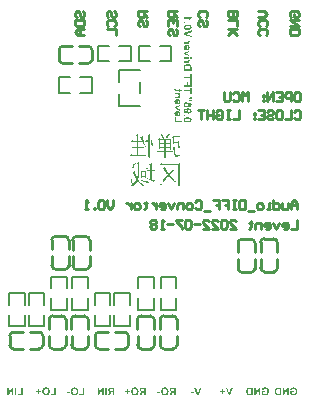
<source format=gbo>
G04*
G04 #@! TF.GenerationSoftware,Altium Limited,Altium Designer,20.2.6 (244)*
G04*
G04 Layer_Color=32896*
%FSLAX25Y25*%
%MOIN*%
G70*
G04*
G04 #@! TF.SameCoordinates,AC53DD8C-A68E-409E-BB1C-E70DDFC25F91*
G04*
G04*
G04 #@! TF.FilePolarity,Positive*
G04*
G01*
G75*
%ADD10C,0.01000*%
%ADD12C,0.00600*%
G36*
X423583Y252037D02*
X424254D01*
Y251577D01*
X423583D01*
Y250916D01*
X423137D01*
Y251577D01*
X422467D01*
Y252037D01*
X423137D01*
Y252699D01*
X423583D01*
Y252037D01*
D02*
G37*
G36*
X429500Y250547D02*
X428985D01*
Y251613D01*
X428819D01*
X428766Y251608D01*
X428722Y251605D01*
X428686Y251600D01*
X428658Y251594D01*
X428639Y251589D01*
X428625Y251586D01*
X428622Y251583D01*
X428591Y251572D01*
X428564Y251555D01*
X428536Y251539D01*
X428514Y251519D01*
X428495Y251503D01*
X428478Y251492D01*
X428470Y251481D01*
X428467Y251478D01*
X428450Y251461D01*
X428434Y251439D01*
X428414Y251414D01*
X428392Y251386D01*
X428348Y251325D01*
X428301Y251262D01*
X428259Y251201D01*
X428240Y251176D01*
X428226Y251151D01*
X428212Y251132D01*
X428201Y251118D01*
X428195Y251107D01*
X428193Y251104D01*
X427819Y250547D01*
X427201D01*
X427514Y251043D01*
X427547Y251098D01*
X427580Y251145D01*
X427611Y251192D01*
X427639Y251234D01*
X427664Y251273D01*
X427688Y251306D01*
X427711Y251337D01*
X427730Y251364D01*
X427747Y251386D01*
X427763Y251406D01*
X427777Y251422D01*
X427788Y251436D01*
X427797Y251445D01*
X427802Y251453D01*
X427808Y251458D01*
X427849Y251500D01*
X427896Y251541D01*
X427943Y251577D01*
X427988Y251608D01*
X428026Y251636D01*
X428057Y251655D01*
X428068Y251663D01*
X428076Y251666D01*
X428082Y251672D01*
X428085D01*
X428024Y251683D01*
X427965Y251697D01*
X427913Y251713D01*
X427863Y251730D01*
X427816Y251749D01*
X427774Y251769D01*
X427738Y251788D01*
X427705Y251810D01*
X427675Y251830D01*
X427650Y251849D01*
X427628Y251866D01*
X427608Y251880D01*
X427594Y251893D01*
X427586Y251902D01*
X427580Y251907D01*
X427578Y251910D01*
X427547Y251946D01*
X427522Y251985D01*
X427500Y252024D01*
X427481Y252065D01*
X427464Y252104D01*
X427450Y252143D01*
X427431Y252220D01*
X427423Y252253D01*
X427417Y252287D01*
X427414Y252314D01*
X427411Y252339D01*
X427409Y252359D01*
Y252373D01*
Y252384D01*
Y252386D01*
X427414Y252469D01*
X427425Y252544D01*
X427445Y252613D01*
X427464Y252672D01*
X427475Y252697D01*
X427486Y252722D01*
X427494Y252741D01*
X427506Y252758D01*
X427511Y252771D01*
X427517Y252780D01*
X427522Y252785D01*
Y252788D01*
X427566Y252849D01*
X427616Y252902D01*
X427664Y252943D01*
X427711Y252979D01*
X427755Y253004D01*
X427772Y253012D01*
X427788Y253021D01*
X427802Y253026D01*
X427810Y253032D01*
X427816Y253034D01*
X427819D01*
X427855Y253046D01*
X427896Y253057D01*
X427943Y253068D01*
X427990Y253073D01*
X428087Y253087D01*
X428187Y253096D01*
X428231Y253098D01*
X428276Y253101D01*
X428314D01*
X428348Y253104D01*
X429500D01*
Y250547D01*
D02*
G37*
G36*
X425905Y253140D02*
X426010Y253129D01*
X426057Y253120D01*
X426104Y253112D01*
X426146Y253104D01*
X426184Y253096D01*
X426220Y253084D01*
X426251Y253076D01*
X426278Y253068D01*
X426301Y253060D01*
X426317Y253051D01*
X426331Y253048D01*
X426339Y253043D01*
X426342D01*
X426409Y253012D01*
X426470Y252976D01*
X426528Y252938D01*
X426575Y252899D01*
X426616Y252866D01*
X426633Y252852D01*
X426647Y252838D01*
X426658Y252827D01*
X426666Y252818D01*
X426672Y252816D01*
X426675Y252813D01*
X426727Y252752D01*
X426774Y252694D01*
X426816Y252633D01*
X426849Y252580D01*
X426874Y252530D01*
X426885Y252511D01*
X426893Y252494D01*
X426902Y252481D01*
X426907Y252469D01*
X426910Y252464D01*
Y252461D01*
X426929Y252411D01*
X426949Y252356D01*
X426976Y252248D01*
X426999Y252137D01*
X427004Y252084D01*
X427012Y252035D01*
X427015Y251985D01*
X427021Y251943D01*
X427024Y251904D01*
Y251871D01*
X427026Y251843D01*
Y251821D01*
Y251810D01*
Y251805D01*
X427024Y251694D01*
X427012Y251589D01*
X426996Y251489D01*
X426974Y251397D01*
X426949Y251312D01*
X426921Y251234D01*
X426891Y251162D01*
X426857Y251098D01*
X426827Y251040D01*
X426796Y250990D01*
X426769Y250946D01*
X426744Y250910D01*
X426722Y250882D01*
X426705Y250863D01*
X426694Y250852D01*
X426691Y250846D01*
X426625Y250785D01*
X426555Y250733D01*
X426483Y250686D01*
X426409Y250647D01*
X426334Y250614D01*
X426256Y250586D01*
X426184Y250561D01*
X426112Y250544D01*
X426046Y250528D01*
X425985Y250519D01*
X425927Y250511D01*
X425880Y250505D01*
X425841Y250503D01*
X425810Y250500D01*
X425785D01*
X425683Y250503D01*
X425583Y250514D01*
X425492Y250533D01*
X425406Y250555D01*
X425326Y250580D01*
X425251Y250611D01*
X425184Y250641D01*
X425123Y250675D01*
X425068Y250708D01*
X425021Y250738D01*
X424979Y250769D01*
X424946Y250794D01*
X424918Y250816D01*
X424902Y250835D01*
X424888Y250846D01*
X424885Y250849D01*
X424824Y250918D01*
X424774Y250990D01*
X424727Y251068D01*
X424688Y251148D01*
X424658Y251228D01*
X424630Y251309D01*
X424608Y251389D01*
X424589Y251464D01*
X424575Y251536D01*
X424564Y251605D01*
X424558Y251663D01*
X424553Y251716D01*
X424550Y251760D01*
X424547Y251777D01*
Y251791D01*
Y251802D01*
Y251810D01*
Y251816D01*
Y251818D01*
X424550Y251932D01*
X424561Y252040D01*
X424578Y252140D01*
X424600Y252234D01*
X424625Y252320D01*
X424655Y252400D01*
X424686Y252475D01*
X424716Y252539D01*
X424749Y252600D01*
X424780Y252649D01*
X424808Y252694D01*
X424835Y252730D01*
X424858Y252758D01*
X424874Y252777D01*
X424885Y252791D01*
X424888Y252794D01*
X424954Y252854D01*
X425024Y252910D01*
X425096Y252957D01*
X425171Y252996D01*
X425248Y253032D01*
X425323Y253060D01*
X425395Y253082D01*
X425467Y253101D01*
X425533Y253115D01*
X425594Y253126D01*
X425650Y253134D01*
X425697Y253140D01*
X425736Y253143D01*
X425766Y253145D01*
X425791D01*
X425905Y253140D01*
D02*
G37*
G36*
X434204Y251228D02*
X433240D01*
Y251719D01*
X434204D01*
Y251228D01*
D02*
G37*
G36*
X439500Y250547D02*
X438985D01*
Y251613D01*
X438819D01*
X438766Y251608D01*
X438722Y251605D01*
X438686Y251600D01*
X438658Y251594D01*
X438638Y251589D01*
X438625Y251586D01*
X438622Y251583D01*
X438591Y251572D01*
X438564Y251555D01*
X438536Y251539D01*
X438514Y251519D01*
X438494Y251503D01*
X438478Y251492D01*
X438470Y251481D01*
X438467Y251478D01*
X438450Y251461D01*
X438434Y251439D01*
X438414Y251414D01*
X438392Y251386D01*
X438348Y251325D01*
X438301Y251262D01*
X438259Y251201D01*
X438240Y251176D01*
X438226Y251151D01*
X438212Y251132D01*
X438201Y251118D01*
X438195Y251107D01*
X438193Y251104D01*
X437819Y250547D01*
X437201D01*
X437514Y251043D01*
X437547Y251098D01*
X437580Y251145D01*
X437611Y251192D01*
X437639Y251234D01*
X437664Y251273D01*
X437688Y251306D01*
X437711Y251337D01*
X437730Y251364D01*
X437747Y251386D01*
X437763Y251406D01*
X437777Y251422D01*
X437788Y251436D01*
X437796Y251445D01*
X437802Y251453D01*
X437808Y251458D01*
X437849Y251500D01*
X437896Y251541D01*
X437943Y251577D01*
X437988Y251608D01*
X438026Y251636D01*
X438057Y251655D01*
X438068Y251663D01*
X438076Y251666D01*
X438082Y251672D01*
X438085D01*
X438024Y251683D01*
X437965Y251697D01*
X437913Y251713D01*
X437863Y251730D01*
X437816Y251749D01*
X437774Y251769D01*
X437738Y251788D01*
X437705Y251810D01*
X437675Y251830D01*
X437650Y251849D01*
X437628Y251866D01*
X437608Y251880D01*
X437594Y251893D01*
X437586Y251902D01*
X437580Y251907D01*
X437578Y251910D01*
X437547Y251946D01*
X437522Y251985D01*
X437500Y252024D01*
X437481Y252065D01*
X437464Y252104D01*
X437450Y252143D01*
X437431Y252220D01*
X437423Y252253D01*
X437417Y252287D01*
X437414Y252314D01*
X437411Y252339D01*
X437409Y252359D01*
Y252373D01*
Y252384D01*
Y252386D01*
X437414Y252469D01*
X437425Y252544D01*
X437445Y252613D01*
X437464Y252672D01*
X437475Y252697D01*
X437486Y252722D01*
X437495Y252741D01*
X437506Y252758D01*
X437511Y252771D01*
X437517Y252780D01*
X437522Y252785D01*
Y252788D01*
X437567Y252849D01*
X437616Y252902D01*
X437664Y252943D01*
X437711Y252979D01*
X437755Y253004D01*
X437772Y253012D01*
X437788Y253021D01*
X437802Y253026D01*
X437810Y253032D01*
X437816Y253034D01*
X437819D01*
X437855Y253046D01*
X437896Y253057D01*
X437943Y253068D01*
X437990Y253073D01*
X438087Y253087D01*
X438187Y253096D01*
X438231Y253098D01*
X438276Y253101D01*
X438314D01*
X438348Y253104D01*
X439500D01*
Y250547D01*
D02*
G37*
G36*
X435905Y253140D02*
X436010Y253129D01*
X436057Y253120D01*
X436104Y253112D01*
X436145Y253104D01*
X436184Y253096D01*
X436220Y253084D01*
X436251Y253076D01*
X436278Y253068D01*
X436301Y253060D01*
X436317Y253051D01*
X436331Y253048D01*
X436339Y253043D01*
X436342D01*
X436409Y253012D01*
X436470Y252976D01*
X436528Y252938D01*
X436575Y252899D01*
X436616Y252866D01*
X436633Y252852D01*
X436647Y252838D01*
X436658Y252827D01*
X436666Y252818D01*
X436672Y252816D01*
X436675Y252813D01*
X436727Y252752D01*
X436774Y252694D01*
X436816Y252633D01*
X436849Y252580D01*
X436874Y252530D01*
X436885Y252511D01*
X436893Y252494D01*
X436902Y252481D01*
X436907Y252469D01*
X436910Y252464D01*
Y252461D01*
X436929Y252411D01*
X436949Y252356D01*
X436976Y252248D01*
X436999Y252137D01*
X437004Y252084D01*
X437012Y252035D01*
X437015Y251985D01*
X437021Y251943D01*
X437024Y251904D01*
Y251871D01*
X437026Y251843D01*
Y251821D01*
Y251810D01*
Y251805D01*
X437024Y251694D01*
X437012Y251589D01*
X436996Y251489D01*
X436974Y251397D01*
X436949Y251312D01*
X436921Y251234D01*
X436891Y251162D01*
X436857Y251098D01*
X436827Y251040D01*
X436797Y250990D01*
X436769Y250946D01*
X436744Y250910D01*
X436722Y250882D01*
X436705Y250863D01*
X436694Y250852D01*
X436691Y250846D01*
X436625Y250785D01*
X436555Y250733D01*
X436483Y250686D01*
X436409Y250647D01*
X436334Y250614D01*
X436256Y250586D01*
X436184Y250561D01*
X436112Y250544D01*
X436046Y250528D01*
X435985Y250519D01*
X435927Y250511D01*
X435880Y250505D01*
X435841Y250503D01*
X435810Y250500D01*
X435785D01*
X435683Y250503D01*
X435583Y250514D01*
X435492Y250533D01*
X435406Y250555D01*
X435326Y250580D01*
X435251Y250611D01*
X435184Y250641D01*
X435123Y250675D01*
X435068Y250708D01*
X435021Y250738D01*
X434979Y250769D01*
X434946Y250794D01*
X434918Y250816D01*
X434902Y250835D01*
X434888Y250846D01*
X434885Y250849D01*
X434824Y250918D01*
X434774Y250990D01*
X434727Y251068D01*
X434689Y251148D01*
X434658Y251228D01*
X434630Y251309D01*
X434608Y251389D01*
X434589Y251464D01*
X434575Y251536D01*
X434564Y251605D01*
X434558Y251663D01*
X434553Y251716D01*
X434550Y251760D01*
X434547Y251777D01*
Y251791D01*
Y251802D01*
Y251810D01*
Y251816D01*
Y251818D01*
X434550Y251932D01*
X434561Y252040D01*
X434578Y252140D01*
X434600Y252234D01*
X434625Y252320D01*
X434655Y252400D01*
X434686Y252475D01*
X434716Y252539D01*
X434749Y252600D01*
X434780Y252649D01*
X434808Y252694D01*
X434835Y252730D01*
X434858Y252758D01*
X434874Y252777D01*
X434885Y252791D01*
X434888Y252794D01*
X434954Y252854D01*
X435024Y252910D01*
X435096Y252957D01*
X435171Y252996D01*
X435248Y253032D01*
X435323Y253060D01*
X435395Y253082D01*
X435467Y253101D01*
X435533Y253115D01*
X435594Y253126D01*
X435650Y253134D01*
X435697Y253140D01*
X435736Y253143D01*
X435766Y253145D01*
X435791D01*
X435905Y253140D01*
D02*
G37*
G36*
X415424Y250500D02*
X414948D01*
Y252179D01*
X413911Y250500D01*
X413396D01*
Y253057D01*
X413873D01*
Y251339D01*
X414925Y253057D01*
X415424D01*
Y250500D01*
D02*
G37*
G36*
X419000D02*
X418485D01*
Y251566D01*
X418319D01*
X418266Y251561D01*
X418222Y251558D01*
X418186Y251553D01*
X418158Y251547D01*
X418139Y251541D01*
X418125Y251539D01*
X418122Y251536D01*
X418091Y251525D01*
X418064Y251508D01*
X418036Y251492D01*
X418014Y251472D01*
X417994Y251456D01*
X417978Y251445D01*
X417970Y251433D01*
X417967Y251431D01*
X417950Y251414D01*
X417934Y251392D01*
X417914Y251367D01*
X417892Y251339D01*
X417848Y251278D01*
X417801Y251215D01*
X417759Y251154D01*
X417740Y251129D01*
X417726Y251104D01*
X417712Y251084D01*
X417701Y251071D01*
X417695Y251060D01*
X417693Y251057D01*
X417319Y250500D01*
X416701D01*
X417014Y250996D01*
X417047Y251051D01*
X417080Y251098D01*
X417111Y251145D01*
X417139Y251187D01*
X417164Y251226D01*
X417188Y251259D01*
X417211Y251289D01*
X417230Y251317D01*
X417247Y251339D01*
X417263Y251359D01*
X417277Y251375D01*
X417288Y251389D01*
X417297Y251397D01*
X417302Y251406D01*
X417308Y251411D01*
X417349Y251453D01*
X417396Y251494D01*
X417443Y251530D01*
X417488Y251561D01*
X417526Y251589D01*
X417557Y251608D01*
X417568Y251616D01*
X417576Y251619D01*
X417582Y251625D01*
X417585D01*
X417524Y251636D01*
X417465Y251649D01*
X417413Y251666D01*
X417363Y251683D01*
X417316Y251702D01*
X417274Y251722D01*
X417238Y251741D01*
X417205Y251763D01*
X417175Y251782D01*
X417150Y251802D01*
X417128Y251818D01*
X417108Y251832D01*
X417094Y251846D01*
X417086Y251854D01*
X417080Y251860D01*
X417078Y251863D01*
X417047Y251899D01*
X417022Y251938D01*
X417000Y251976D01*
X416981Y252018D01*
X416964Y252057D01*
X416950Y252096D01*
X416931Y252173D01*
X416923Y252206D01*
X416917Y252240D01*
X416914Y252267D01*
X416911Y252292D01*
X416909Y252312D01*
Y252325D01*
Y252337D01*
Y252339D01*
X416914Y252422D01*
X416925Y252497D01*
X416945Y252566D01*
X416964Y252625D01*
X416975Y252649D01*
X416986Y252674D01*
X416994Y252694D01*
X417006Y252711D01*
X417011Y252724D01*
X417017Y252733D01*
X417022Y252738D01*
Y252741D01*
X417066Y252802D01*
X417116Y252854D01*
X417164Y252896D01*
X417211Y252932D01*
X417255Y252957D01*
X417272Y252965D01*
X417288Y252974D01*
X417302Y252979D01*
X417310Y252985D01*
X417316Y252988D01*
X417319D01*
X417355Y252998D01*
X417396Y253010D01*
X417443Y253021D01*
X417490Y253026D01*
X417587Y253040D01*
X417687Y253048D01*
X417731Y253051D01*
X417776Y253054D01*
X417814D01*
X417848Y253057D01*
X419000D01*
Y250500D01*
D02*
G37*
G36*
X416438D02*
X415922D01*
Y253057D01*
X416438D01*
Y250500D01*
D02*
G37*
G36*
X467627Y250547D02*
X467151D01*
Y252226D01*
X466115Y250547D01*
X465600D01*
Y253104D01*
X466076D01*
Y251386D01*
X467129Y253104D01*
X467627D01*
Y250547D01*
D02*
G37*
G36*
X469361Y253140D02*
X469422Y253134D01*
X469481Y253126D01*
X469536Y253115D01*
X469586Y253104D01*
X469633Y253093D01*
X469674Y253082D01*
X469713Y253071D01*
X469747Y253060D01*
X469774Y253048D01*
X469799Y253037D01*
X469819Y253029D01*
X469832Y253024D01*
X469841Y253021D01*
X469843Y253018D01*
X469902Y252985D01*
X469957Y252949D01*
X470010Y252913D01*
X470057Y252874D01*
X470101Y252832D01*
X470140Y252794D01*
X470179Y252755D01*
X470209Y252716D01*
X470240Y252680D01*
X470264Y252647D01*
X470284Y252616D01*
X470303Y252591D01*
X470317Y252569D01*
X470326Y252553D01*
X470331Y252541D01*
X470334Y252539D01*
X470364Y252481D01*
X470389Y252420D01*
X470411Y252359D01*
X470431Y252298D01*
X470445Y252237D01*
X470458Y252179D01*
X470470Y252120D01*
X470478Y252068D01*
X470486Y252018D01*
X470492Y251974D01*
X470495Y251932D01*
X470497Y251896D01*
X470500Y251868D01*
Y251846D01*
Y251835D01*
Y251830D01*
X470497Y251760D01*
X470495Y251694D01*
X470486Y251630D01*
X470478Y251566D01*
X470464Y251508D01*
X470453Y251453D01*
X470439Y251400D01*
X470425Y251350D01*
X470411Y251306D01*
X470398Y251267D01*
X470384Y251231D01*
X470373Y251204D01*
X470364Y251179D01*
X470356Y251162D01*
X470353Y251151D01*
X470350Y251148D01*
X470320Y251090D01*
X470290Y251037D01*
X470254Y250988D01*
X470218Y250940D01*
X470182Y250899D01*
X470143Y250857D01*
X470107Y250821D01*
X470071Y250791D01*
X470037Y250760D01*
X470007Y250735D01*
X469977Y250716D01*
X469954Y250697D01*
X469932Y250683D01*
X469918Y250675D01*
X469907Y250669D01*
X469904Y250666D01*
X469846Y250636D01*
X469788Y250611D01*
X469730Y250589D01*
X469669Y250569D01*
X469608Y250555D01*
X469550Y250542D01*
X469494Y250531D01*
X469442Y250522D01*
X469392Y250514D01*
X469348Y250508D01*
X469306Y250505D01*
X469270Y250503D01*
X469242Y250500D01*
X469204D01*
X469145Y250503D01*
X469087Y250505D01*
X468974Y250519D01*
X468918Y250528D01*
X468868Y250539D01*
X468819Y250550D01*
X468774Y250561D01*
X468733Y250572D01*
X468694Y250580D01*
X468661Y250591D01*
X468633Y250600D01*
X468611Y250608D01*
X468594Y250614D01*
X468583Y250619D01*
X468580D01*
X468525Y250641D01*
X468472Y250666D01*
X468423Y250688D01*
X468378Y250713D01*
X468334Y250735D01*
X468295Y250758D01*
X468262Y250780D01*
X468229Y250802D01*
X468201Y250821D01*
X468176Y250838D01*
X468157Y250855D01*
X468140Y250868D01*
X468126Y250880D01*
X468118Y250888D01*
X468112Y250891D01*
X468110Y250893D01*
Y251916D01*
X469220D01*
Y251483D01*
X468630D01*
Y251156D01*
X468677Y251123D01*
X468724Y251096D01*
X468772Y251071D01*
X468816Y251048D01*
X468855Y251029D01*
X468885Y251015D01*
X468896Y251010D01*
X468904Y251007D01*
X468910Y251004D01*
X468913D01*
X468974Y250982D01*
X469032Y250968D01*
X469085Y250957D01*
X469134Y250949D01*
X469176Y250943D01*
X469195D01*
X469209Y250940D01*
X469237D01*
X469298Y250943D01*
X469353Y250952D01*
X469406Y250963D01*
X469458Y250976D01*
X469506Y250993D01*
X469547Y251012D01*
X469589Y251032D01*
X469625Y251054D01*
X469655Y251076D01*
X469686Y251096D01*
X469708Y251115D01*
X469730Y251132D01*
X469744Y251145D01*
X469758Y251159D01*
X469763Y251165D01*
X469766Y251168D01*
X469802Y251212D01*
X469832Y251262D01*
X469860Y251314D01*
X469882Y251370D01*
X469902Y251428D01*
X469918Y251483D01*
X469932Y251541D01*
X469943Y251594D01*
X469951Y251647D01*
X469957Y251697D01*
X469963Y251738D01*
X469965Y251777D01*
Y251807D01*
X469968Y251832D01*
Y251846D01*
Y251852D01*
X469965Y251929D01*
X469960Y252001D01*
X469949Y252068D01*
X469938Y252129D01*
X469921Y252187D01*
X469904Y252240D01*
X469888Y252287D01*
X469868Y252328D01*
X469849Y252367D01*
X469832Y252397D01*
X469816Y252425D01*
X469799Y252447D01*
X469788Y252467D01*
X469777Y252478D01*
X469771Y252486D01*
X469769Y252489D01*
X469730Y252528D01*
X469688Y252561D01*
X469644Y252589D01*
X469600Y252613D01*
X469555Y252636D01*
X469511Y252652D01*
X469467Y252666D01*
X469425Y252677D01*
X469386Y252685D01*
X469348Y252694D01*
X469314Y252699D01*
X469287Y252702D01*
X469265Y252705D01*
X469231D01*
X469151Y252699D01*
X469079Y252688D01*
X469015Y252669D01*
X468963Y252649D01*
X468940Y252638D01*
X468918Y252630D01*
X468902Y252619D01*
X468888Y252611D01*
X468874Y252605D01*
X468866Y252600D01*
X468863Y252594D01*
X468860D01*
X468808Y252550D01*
X468766Y252503D01*
X468730Y252453D01*
X468702Y252406D01*
X468680Y252364D01*
X468672Y252345D01*
X468666Y252328D01*
X468661Y252317D01*
X468658Y252306D01*
X468655Y252301D01*
Y252298D01*
X468143Y252395D01*
X468159Y252458D01*
X468179Y252519D01*
X468204Y252577D01*
X468229Y252630D01*
X468256Y252677D01*
X468287Y252724D01*
X468315Y252766D01*
X468345Y252802D01*
X468373Y252835D01*
X468400Y252866D01*
X468425Y252888D01*
X468445Y252910D01*
X468464Y252926D01*
X468478Y252938D01*
X468486Y252943D01*
X468489Y252946D01*
X468542Y252982D01*
X468597Y253012D01*
X468655Y253037D01*
X468716Y253062D01*
X468780Y253082D01*
X468841Y253096D01*
X468902Y253109D01*
X468960Y253120D01*
X469015Y253129D01*
X469065Y253134D01*
X469112Y253140D01*
X469154Y253143D01*
X469184Y253145D01*
X469298D01*
X469361Y253140D01*
D02*
G37*
G36*
X465054Y250547D02*
X464032D01*
X463982Y250550D01*
X463935Y250553D01*
X463894Y250555D01*
X463852Y250558D01*
X463813Y250564D01*
X463780Y250569D01*
X463750Y250575D01*
X463722Y250578D01*
X463697Y250583D01*
X463675Y250589D01*
X463658Y250591D01*
X463644Y250594D01*
X463636Y250597D01*
X463630Y250600D01*
X463628D01*
X463547Y250630D01*
X463475Y250663D01*
X463414Y250697D01*
X463362Y250730D01*
X463340Y250744D01*
X463320Y250758D01*
X463306Y250771D01*
X463293Y250782D01*
X463281Y250791D01*
X463273Y250799D01*
X463270Y250802D01*
X463268Y250805D01*
X463204Y250874D01*
X463148Y250949D01*
X463101Y251024D01*
X463063Y251096D01*
X463046Y251129D01*
X463032Y251159D01*
X463021Y251187D01*
X463010Y251209D01*
X463004Y251228D01*
X462999Y251245D01*
X462993Y251253D01*
Y251256D01*
X462966Y251345D01*
X462946Y251436D01*
X462932Y251528D01*
X462924Y251613D01*
X462919Y251652D01*
X462916Y251688D01*
Y251719D01*
X462913Y251747D01*
Y251769D01*
Y251785D01*
Y251796D01*
Y251799D01*
Y251866D01*
X462916Y251929D01*
X462921Y251988D01*
X462927Y252046D01*
X462932Y252098D01*
X462941Y252148D01*
X462949Y252195D01*
X462955Y252237D01*
X462963Y252273D01*
X462971Y252306D01*
X462979Y252337D01*
X462985Y252359D01*
X462991Y252378D01*
X462996Y252392D01*
X462999Y252400D01*
Y252403D01*
X463032Y252492D01*
X463071Y252572D01*
X463112Y252644D01*
X463132Y252674D01*
X463151Y252702D01*
X463171Y252730D01*
X463187Y252752D01*
X463204Y252771D01*
X463215Y252788D01*
X463226Y252802D01*
X463234Y252810D01*
X463240Y252816D01*
X463243Y252818D01*
X463306Y252877D01*
X463370Y252926D01*
X463434Y252968D01*
X463495Y252998D01*
X463547Y253024D01*
X463569Y253034D01*
X463589Y253040D01*
X463605Y253046D01*
X463617Y253051D01*
X463625Y253054D01*
X463628D01*
X463661Y253062D01*
X463697Y253071D01*
X463774Y253082D01*
X463855Y253093D01*
X463932Y253098D01*
X463968Y253101D01*
X464032D01*
X464060Y253104D01*
X465054D01*
Y250547D01*
D02*
G37*
G36*
X445418Y251181D02*
X444454D01*
Y251672D01*
X445418D01*
Y251181D01*
D02*
G37*
G36*
X447089Y250500D02*
X446535D01*
X445621Y253057D01*
X446169D01*
X446795Y251165D01*
X447443Y253057D01*
X448000D01*
X447089Y250500D01*
D02*
G37*
G36*
X444699Y376205D02*
X444655Y376189D01*
X444614Y376169D01*
X444536Y376122D01*
X444467Y376072D01*
X444406Y376020D01*
X444378Y375995D01*
X444356Y375973D01*
X444334Y375953D01*
X444317Y375934D01*
X444303Y375920D01*
X444295Y375909D01*
X444290Y375901D01*
X444287Y375898D01*
X444226Y375815D01*
X444176Y375737D01*
X444135Y375668D01*
X444104Y375607D01*
X444090Y375579D01*
X444079Y375554D01*
X444071Y375535D01*
X444062Y375516D01*
X444057Y375502D01*
X444054Y375491D01*
X444051Y375485D01*
Y375482D01*
X443605D01*
X443630Y375549D01*
X443655Y375613D01*
X443683Y375676D01*
X443713Y375734D01*
X443744Y375790D01*
X443774Y375842D01*
X443805Y375890D01*
X443835Y375934D01*
X443863Y375975D01*
X443891Y376009D01*
X443916Y376042D01*
X443935Y376067D01*
X443952Y376086D01*
X443965Y376103D01*
X443974Y376111D01*
X443977Y376114D01*
X442135D01*
Y376604D01*
X444699D01*
Y376205D01*
D02*
G37*
G36*
X442625Y374463D02*
X442135D01*
Y374953D01*
X442625D01*
Y374463D01*
D02*
G37*
G36*
X443522Y374028D02*
X443644Y374020D01*
X443758Y374009D01*
X443860Y373992D01*
X443954Y373973D01*
X444040Y373953D01*
X444118Y373928D01*
X444184Y373906D01*
X444245Y373884D01*
X444295Y373862D01*
X444340Y373840D01*
X444373Y373820D01*
X444400Y373804D01*
X444420Y373793D01*
X444431Y373784D01*
X444434Y373782D01*
X444481Y373740D01*
X444522Y373696D01*
X444558Y373649D01*
X444589Y373602D01*
X444614Y373554D01*
X444636Y373505D01*
X444653Y373458D01*
X444666Y373413D01*
X444677Y373369D01*
X444686Y373327D01*
X444691Y373291D01*
X444697Y373261D01*
Y373236D01*
X444699Y373217D01*
Y373200D01*
X444697Y373133D01*
X444689Y373070D01*
X444675Y373009D01*
X444658Y372953D01*
X444639Y372901D01*
X444616Y372854D01*
X444592Y372809D01*
X444569Y372771D01*
X444544Y372737D01*
X444520Y372707D01*
X444497Y372682D01*
X444478Y372660D01*
X444461Y372643D01*
X444448Y372632D01*
X444439Y372624D01*
X444436Y372621D01*
X444373Y372577D01*
X444301Y372538D01*
X444223Y372505D01*
X444140Y372477D01*
X444054Y372452D01*
X443968Y372433D01*
X443882Y372416D01*
X443796Y372402D01*
X443716Y372394D01*
X443641Y372386D01*
X443575Y372380D01*
X443514Y372374D01*
X443489D01*
X443467D01*
X443447Y372372D01*
X443428D01*
X443417D01*
X443406D01*
X443400D01*
X443398D01*
X443265Y372374D01*
X443143Y372383D01*
X443029Y372394D01*
X442927Y372408D01*
X442833Y372424D01*
X442750Y372444D01*
X442675Y372463D01*
X442608Y372485D01*
X442553Y372507D01*
X442503Y372527D01*
X442461Y372546D01*
X442428Y372563D01*
X442403Y372577D01*
X442387Y372590D01*
X442376Y372596D01*
X442373Y372599D01*
X442323Y372643D01*
X442279Y372690D01*
X442240Y372740D01*
X442206Y372790D01*
X442182Y372840D01*
X442157Y372890D01*
X442137Y372937D01*
X442123Y372984D01*
X442112Y373028D01*
X442101Y373070D01*
X442096Y373106D01*
X442093Y373139D01*
X442090Y373164D01*
X442087Y373183D01*
Y373200D01*
X442090Y373266D01*
X442099Y373330D01*
X442112Y373391D01*
X442129Y373446D01*
X442148Y373499D01*
X442170Y373546D01*
X442193Y373590D01*
X442218Y373629D01*
X442243Y373662D01*
X442265Y373693D01*
X442287Y373721D01*
X442306Y373740D01*
X442323Y373757D01*
X442337Y373770D01*
X442345Y373776D01*
X442348Y373779D01*
X442412Y373823D01*
X442484Y373862D01*
X442564Y373895D01*
X442644Y373926D01*
X442730Y373948D01*
X442819Y373970D01*
X442905Y373987D01*
X442990Y374000D01*
X443071Y374009D01*
X443146Y374017D01*
X443215Y374023D01*
X443273Y374028D01*
X443301D01*
X443323D01*
X443342Y374031D01*
X443362D01*
X443373D01*
X443384D01*
X443389D01*
X443392D01*
X443522Y374028D01*
D02*
G37*
G36*
X444691Y371671D02*
X442799Y371045D01*
X444691Y370397D01*
Y369840D01*
X442135Y370751D01*
Y371305D01*
X444691Y372219D01*
Y371671D01*
D02*
G37*
G36*
X443965Y368834D02*
X443990Y368776D01*
X444007Y368721D01*
X444018Y368671D01*
X444024Y368629D01*
X444026Y368613D01*
X444029Y368596D01*
Y368568D01*
X444026Y368524D01*
X444021Y368485D01*
X444010Y368449D01*
X443999Y368416D01*
X443988Y368391D01*
X443977Y368372D01*
X443971Y368361D01*
X443968Y368355D01*
X443957Y368338D01*
X443941Y368319D01*
X443905Y368283D01*
X443866Y368250D01*
X443824Y368217D01*
X443785Y368189D01*
X443752Y368167D01*
X443738Y368159D01*
X443730Y368153D01*
X443724Y368150D01*
X443722Y368147D01*
X443988D01*
Y367693D01*
X442135D01*
Y368183D01*
X442705D01*
X442791D01*
X442869Y368186D01*
X442938D01*
X443002Y368189D01*
X443060Y368192D01*
X443110Y368195D01*
X443154Y368200D01*
X443193Y368203D01*
X443226Y368206D01*
X443254Y368211D01*
X443279Y368214D01*
X443295Y368217D01*
X443309Y368219D01*
X443317D01*
X443323Y368222D01*
X443326D01*
X443378Y368239D01*
X443420Y368258D01*
X443456Y368278D01*
X443483Y368294D01*
X443506Y368311D01*
X443519Y368325D01*
X443528Y368333D01*
X443531Y368336D01*
X443550Y368363D01*
X443564Y368394D01*
X443575Y368422D01*
X443580Y368449D01*
X443586Y368474D01*
X443589Y368494D01*
Y368510D01*
X443586Y368552D01*
X443578Y368591D01*
X443564Y368629D01*
X443550Y368665D01*
X443533Y368696D01*
X443522Y368718D01*
X443511Y368735D01*
X443508Y368740D01*
X443935Y368893D01*
X443965Y368834D01*
D02*
G37*
G36*
X443118Y367305D02*
X443207Y367294D01*
X443290Y367280D01*
X443364Y367264D01*
X443431Y367244D01*
X443495Y367225D01*
X443550Y367203D01*
X443597Y367181D01*
X443639Y367159D01*
X443675Y367139D01*
X443705Y367120D01*
X443727Y367106D01*
X443741Y367095D01*
X443752Y367087D01*
X443755Y367084D01*
X443802Y367037D01*
X443846Y366987D01*
X443882Y366934D01*
X443913Y366881D01*
X443941Y366826D01*
X443963Y366774D01*
X443979Y366721D01*
X443996Y366668D01*
X444007Y366621D01*
X444015Y366577D01*
X444021Y366535D01*
X444024Y366502D01*
X444026Y366472D01*
X444029Y366452D01*
Y366433D01*
X444026Y366366D01*
X444018Y366300D01*
X444004Y366239D01*
X443988Y366183D01*
X443968Y366128D01*
X443946Y366078D01*
X443921Y366031D01*
X443899Y365990D01*
X443874Y365954D01*
X443849Y365920D01*
X443827Y365890D01*
X443808Y365868D01*
X443791Y365848D01*
X443777Y365834D01*
X443769Y365826D01*
X443766Y365823D01*
X443716Y365782D01*
X443661Y365746D01*
X443603Y365713D01*
X443544Y365685D01*
X443483Y365663D01*
X443423Y365643D01*
X443364Y365627D01*
X443309Y365616D01*
X443254Y365604D01*
X443207Y365599D01*
X443159Y365594D01*
X443121Y365588D01*
X443090D01*
X443065Y365585D01*
X443051D01*
X443046D01*
X442977Y365588D01*
X442907Y365594D01*
X442844Y365602D01*
X442783Y365613D01*
X442727Y365627D01*
X442675Y365643D01*
X442625Y365660D01*
X442581Y365677D01*
X442542Y365693D01*
X442506Y365710D01*
X442478Y365726D01*
X442453Y365740D01*
X442431Y365751D01*
X442417Y365760D01*
X442409Y365765D01*
X442406Y365768D01*
X442351Y365815D01*
X442304Y365865D01*
X442262Y365920D01*
X442226Y365976D01*
X442196Y366037D01*
X442170Y366095D01*
X442148Y366153D01*
X442132Y366211D01*
X442118Y366267D01*
X442110Y366316D01*
X442101Y366364D01*
X442099Y366402D01*
X442096Y366436D01*
X442093Y366460D01*
Y366483D01*
X442096Y366538D01*
X442099Y366591D01*
X442107Y366643D01*
X442115Y366690D01*
X442126Y366735D01*
X442137Y366776D01*
X442148Y366815D01*
X442162Y366851D01*
X442176Y366881D01*
X442187Y366909D01*
X442198Y366934D01*
X442209Y366953D01*
X442218Y366970D01*
X442226Y366981D01*
X442229Y366987D01*
X442232Y366989D01*
X442259Y367026D01*
X442290Y367062D01*
X442356Y367123D01*
X442423Y367175D01*
X442489Y367217D01*
X442520Y367233D01*
X442550Y367247D01*
X442575Y367261D01*
X442597Y367272D01*
X442617Y367278D01*
X442630Y367283D01*
X442639Y367289D01*
X442641D01*
X442725Y366801D01*
X442675Y366785D01*
X442633Y366765D01*
X442597Y366746D01*
X442569Y366724D01*
X442547Y366707D01*
X442531Y366693D01*
X442522Y366682D01*
X442520Y366679D01*
X442500Y366649D01*
X442484Y366616D01*
X442473Y366585D01*
X442467Y366555D01*
X442461Y366527D01*
X442459Y366508D01*
Y366488D01*
X442461Y366458D01*
X442464Y366427D01*
X442478Y366372D01*
X442497Y366322D01*
X442520Y366280D01*
X442539Y366247D01*
X442558Y366222D01*
X442572Y366208D01*
X442578Y366206D01*
Y366203D01*
X442628Y366164D01*
X442683Y366136D01*
X442741Y366117D01*
X442797Y366103D01*
X442844Y366095D01*
X442866Y366092D01*
X442885Y366089D01*
X442899Y366087D01*
X442913D01*
X442918D01*
X442921D01*
Y367314D01*
X443024D01*
X443118Y367305D01*
D02*
G37*
G36*
X443988Y364920D02*
X443040Y364569D01*
X442982Y364549D01*
X442957Y364541D01*
X442932Y364532D01*
X442913Y364524D01*
X442896Y364522D01*
X442885Y364516D01*
X442882D01*
X442866Y364510D01*
X442844Y364505D01*
X442816Y364496D01*
X442791Y364488D01*
X442766Y364480D01*
X442744Y364472D01*
X442730Y364469D01*
X442727Y364466D01*
X442725D01*
X443040Y364366D01*
X443988Y364017D01*
Y363502D01*
X442135Y364247D01*
Y364688D01*
X443988Y365424D01*
Y364920D01*
D02*
G37*
G36*
X444691Y362751D02*
X444237D01*
Y363242D01*
X444691D01*
Y362751D01*
D02*
G37*
G36*
X443988D02*
X442135D01*
Y363242D01*
X443988D01*
Y362751D01*
D02*
G37*
G36*
X443965Y362480D02*
X443990Y362422D01*
X444007Y362366D01*
X444018Y362317D01*
X444024Y362275D01*
X444026Y362258D01*
X444029Y362242D01*
Y362214D01*
X444026Y362170D01*
X444021Y362131D01*
X444010Y362095D01*
X443999Y362062D01*
X443988Y362037D01*
X443977Y362017D01*
X443971Y362006D01*
X443968Y362001D01*
X443957Y361984D01*
X443941Y361965D01*
X443905Y361929D01*
X443866Y361895D01*
X443824Y361862D01*
X443785Y361835D01*
X443752Y361812D01*
X443738Y361804D01*
X443730Y361799D01*
X443724Y361796D01*
X443722Y361793D01*
X443988D01*
Y361339D01*
X442135D01*
Y361829D01*
X442705D01*
X442791D01*
X442869Y361832D01*
X442938D01*
X443002Y361835D01*
X443060Y361837D01*
X443110Y361840D01*
X443154Y361846D01*
X443193Y361848D01*
X443226Y361851D01*
X443254Y361857D01*
X443279Y361859D01*
X443295Y361862D01*
X443309Y361865D01*
X443317D01*
X443323Y361868D01*
X443326D01*
X443378Y361884D01*
X443420Y361904D01*
X443456Y361923D01*
X443483Y361940D01*
X443506Y361956D01*
X443519Y361970D01*
X443528Y361979D01*
X443531Y361981D01*
X443550Y362009D01*
X443564Y362040D01*
X443575Y362067D01*
X443580Y362095D01*
X443586Y362120D01*
X443589Y362139D01*
Y362156D01*
X443586Y362197D01*
X443578Y362236D01*
X443564Y362275D01*
X443550Y362311D01*
X443533Y362341D01*
X443522Y362364D01*
X443511Y362380D01*
X443508Y362386D01*
X443935Y362538D01*
X443965Y362480D01*
D02*
G37*
G36*
X443517Y360923D02*
X443575Y360918D01*
X443633Y360912D01*
X443686Y360907D01*
X443736Y360898D01*
X443783Y360890D01*
X443824Y360884D01*
X443860Y360876D01*
X443893Y360868D01*
X443924Y360859D01*
X443946Y360854D01*
X443965Y360848D01*
X443979Y360843D01*
X443988Y360840D01*
X443990D01*
X444079Y360807D01*
X444159Y360768D01*
X444231Y360727D01*
X444262Y360707D01*
X444290Y360688D01*
X444317Y360668D01*
X444340Y360652D01*
X444359Y360635D01*
X444376Y360624D01*
X444389Y360613D01*
X444398Y360605D01*
X444403Y360599D01*
X444406Y360596D01*
X444464Y360533D01*
X444514Y360469D01*
X444556Y360405D01*
X444586Y360344D01*
X444611Y360292D01*
X444622Y360269D01*
X444628Y360250D01*
X444633Y360233D01*
X444639Y360222D01*
X444641Y360214D01*
Y360211D01*
X444650Y360178D01*
X444658Y360142D01*
X444669Y360065D01*
X444680Y359984D01*
X444686Y359907D01*
X444689Y359871D01*
Y359807D01*
X444691Y359779D01*
Y358785D01*
X442135D01*
Y359807D01*
X442137Y359857D01*
X442140Y359904D01*
X442143Y359945D01*
X442146Y359987D01*
X442151Y360026D01*
X442157Y360059D01*
X442162Y360089D01*
X442165Y360117D01*
X442170Y360142D01*
X442176Y360164D01*
X442179Y360181D01*
X442182Y360195D01*
X442184Y360203D01*
X442187Y360209D01*
Y360211D01*
X442218Y360292D01*
X442251Y360364D01*
X442284Y360425D01*
X442317Y360477D01*
X442331Y360499D01*
X442345Y360519D01*
X442359Y360533D01*
X442370Y360546D01*
X442378Y360558D01*
X442387Y360566D01*
X442389Y360569D01*
X442392Y360572D01*
X442461Y360635D01*
X442536Y360691D01*
X442611Y360738D01*
X442683Y360776D01*
X442716Y360793D01*
X442747Y360807D01*
X442774Y360818D01*
X442797Y360829D01*
X442816Y360835D01*
X442833Y360840D01*
X442841Y360846D01*
X442844D01*
X442932Y360873D01*
X443024Y360893D01*
X443115Y360907D01*
X443201Y360915D01*
X443240Y360921D01*
X443276Y360923D01*
X443306D01*
X443334Y360926D01*
X443356D01*
X443373D01*
X443384D01*
X443387D01*
X443453D01*
X443517Y360923D01*
D02*
G37*
G36*
X444691Y355433D02*
X444259D01*
Y356192D01*
X442135D01*
Y356707D01*
X444259D01*
Y357461D01*
X444691D01*
Y355433D01*
D02*
G37*
G36*
Y353433D02*
X442135D01*
Y353948D01*
X443220D01*
Y355018D01*
X443652D01*
Y353948D01*
X444259D01*
Y355187D01*
X444691D01*
Y353433D01*
D02*
G37*
G36*
X439452Y352644D02*
X439438Y352599D01*
X439427Y352561D01*
X439418Y352525D01*
X439413Y352497D01*
X439410Y352475D01*
X439407Y352461D01*
Y352447D01*
X439410Y352414D01*
X439418Y352389D01*
X439424Y352378D01*
X439427Y352369D01*
X439429Y352367D01*
Y352364D01*
X439449Y352344D01*
X439468Y352331D01*
X439485Y352325D01*
X439488Y352322D01*
X439490D01*
X439499D01*
X439512Y352320D01*
X439529D01*
X439548Y352317D01*
X439593D01*
X439637Y352314D01*
X439681D01*
X439704D01*
X439720D01*
X439734D01*
X439745D01*
X439753D01*
X439756D01*
X440504D01*
Y352649D01*
X440895D01*
Y352314D01*
X441551D01*
X441263Y351824D01*
X440895D01*
Y351599D01*
X440504D01*
Y351824D01*
X439695D01*
X439648D01*
X439607D01*
X439568D01*
X439532Y351827D01*
X439499D01*
X439471Y351829D01*
X439446D01*
X439424Y351832D01*
X439407D01*
X439391D01*
X439377Y351835D01*
X439366D01*
X439355Y351838D01*
X439349D01*
X439307Y351846D01*
X439269Y351857D01*
X439235Y351868D01*
X439208Y351879D01*
X439188Y351890D01*
X439172Y351899D01*
X439161Y351904D01*
X439158Y351907D01*
X439133Y351929D01*
X439111Y351951D01*
X439091Y351979D01*
X439075Y352004D01*
X439061Y352026D01*
X439053Y352045D01*
X439047Y352057D01*
X439044Y352062D01*
X439031Y352104D01*
X439019Y352145D01*
X439011Y352184D01*
X439006Y352220D01*
X439003Y352253D01*
X439000Y352278D01*
Y352300D01*
X439003Y352378D01*
X439011Y352453D01*
X439022Y352519D01*
X439036Y352574D01*
X439042Y352599D01*
X439050Y352622D01*
X439055Y352641D01*
X439061Y352658D01*
X439067Y352671D01*
X439069Y352680D01*
X439072Y352685D01*
Y352688D01*
X439452Y352644D01*
D02*
G37*
G36*
X444691Y351073D02*
X444259D01*
Y351832D01*
X442135D01*
Y352347D01*
X444259D01*
Y353101D01*
X444691D01*
Y351073D01*
D02*
G37*
G36*
X440335Y351295D02*
X440390Y351292D01*
X440438Y351286D01*
X440474Y351281D01*
X440499Y351278D01*
X440515Y351273D01*
X440521D01*
X440562Y351261D01*
X440601Y351245D01*
X440637Y351231D01*
X440667Y351214D01*
X440693Y351198D01*
X440709Y351187D01*
X440723Y351178D01*
X440726Y351176D01*
X440759Y351148D01*
X440787Y351115D01*
X440814Y351081D01*
X440834Y351048D01*
X440853Y351021D01*
X440864Y350996D01*
X440872Y350979D01*
X440875Y350976D01*
Y350973D01*
X440895Y350923D01*
X440911Y350871D01*
X440922Y350821D01*
X440928Y350777D01*
X440934Y350735D01*
X440936Y350705D01*
Y350677D01*
X440934Y350610D01*
X440922Y350547D01*
X440908Y350486D01*
X440886Y350428D01*
X440864Y350375D01*
X440836Y350325D01*
X440809Y350278D01*
X440778Y350237D01*
X440748Y350198D01*
X440720Y350167D01*
X440693Y350137D01*
X440670Y350115D01*
X440651Y350095D01*
X440634Y350081D01*
X440623Y350073D01*
X440620Y350070D01*
X440895D01*
Y349616D01*
X439042D01*
Y350106D01*
X439881D01*
X439936D01*
X439989Y350109D01*
X440036D01*
X440077Y350112D01*
X440116Y350115D01*
X440152Y350117D01*
X440183Y350120D01*
X440210Y350126D01*
X440233Y350129D01*
X440252Y350131D01*
X440269Y350134D01*
X440282Y350137D01*
X440294Y350140D01*
X440299D01*
X440305Y350142D01*
X440346Y350159D01*
X440382Y350178D01*
X440415Y350201D01*
X440440Y350223D01*
X440463Y350245D01*
X440476Y350261D01*
X440487Y350273D01*
X440490Y350278D01*
X440515Y350317D01*
X440532Y350359D01*
X440546Y350397D01*
X440554Y350430D01*
X440559Y350464D01*
X440562Y350486D01*
Y350508D01*
X440559Y350544D01*
X440554Y350574D01*
X440546Y350602D01*
X440537Y350627D01*
X440529Y350646D01*
X440521Y350663D01*
X440515Y350672D01*
X440512Y350674D01*
X440493Y350699D01*
X440471Y350721D01*
X440446Y350738D01*
X440424Y350752D01*
X440404Y350763D01*
X440388Y350771D01*
X440377Y350777D01*
X440374D01*
X440354Y350782D01*
X440332Y350788D01*
X440307Y350793D01*
X440277Y350796D01*
X440213Y350802D01*
X440147Y350807D01*
X440086D01*
X440058Y350810D01*
X440036D01*
X440014D01*
X440000D01*
X439989D01*
X439986D01*
X439042D01*
Y351300D01*
X440191D01*
X440269D01*
X440335Y351295D01*
D02*
G37*
G36*
X444691Y349314D02*
X444256D01*
X443783Y349406D01*
Y349766D01*
X444256Y349846D01*
X444691D01*
Y349314D01*
D02*
G37*
G36*
Y348464D02*
X444256D01*
X443783Y348555D01*
Y348915D01*
X444256Y348996D01*
X444691D01*
Y348464D01*
D02*
G37*
G36*
X440025Y349212D02*
X440113Y349201D01*
X440197Y349187D01*
X440271Y349170D01*
X440338Y349151D01*
X440402Y349131D01*
X440457Y349109D01*
X440504Y349087D01*
X440546Y349065D01*
X440582Y349045D01*
X440612Y349026D01*
X440634Y349012D01*
X440648Y349001D01*
X440659Y348993D01*
X440662Y348990D01*
X440709Y348943D01*
X440753Y348893D01*
X440789Y348840D01*
X440820Y348788D01*
X440848Y348732D01*
X440870Y348680D01*
X440886Y348627D01*
X440903Y348575D01*
X440914Y348528D01*
X440922Y348483D01*
X440928Y348442D01*
X440931Y348408D01*
X440934Y348378D01*
X440936Y348358D01*
Y348339D01*
X440934Y348273D01*
X440925Y348206D01*
X440911Y348145D01*
X440895Y348090D01*
X440875Y348034D01*
X440853Y347985D01*
X440828Y347937D01*
X440806Y347896D01*
X440781Y347860D01*
X440756Y347827D01*
X440734Y347796D01*
X440715Y347774D01*
X440698Y347755D01*
X440684Y347741D01*
X440676Y347732D01*
X440673Y347730D01*
X440623Y347688D01*
X440568Y347652D01*
X440510Y347619D01*
X440451Y347591D01*
X440390Y347569D01*
X440330Y347550D01*
X440271Y347533D01*
X440216Y347522D01*
X440161Y347511D01*
X440113Y347505D01*
X440066Y347500D01*
X440028Y347494D01*
X439997D01*
X439972Y347492D01*
X439958D01*
X439953D01*
X439884Y347494D01*
X439814Y347500D01*
X439751Y347508D01*
X439690Y347519D01*
X439634Y347533D01*
X439582Y347550D01*
X439532Y347566D01*
X439488Y347583D01*
X439449Y347600D01*
X439413Y347616D01*
X439385Y347633D01*
X439360Y347647D01*
X439338Y347658D01*
X439324Y347666D01*
X439316Y347672D01*
X439313Y347674D01*
X439258Y347721D01*
X439211Y347771D01*
X439169Y347827D01*
X439133Y347882D01*
X439103Y347943D01*
X439078Y348001D01*
X439055Y348059D01*
X439039Y348117D01*
X439025Y348173D01*
X439017Y348223D01*
X439008Y348270D01*
X439006Y348309D01*
X439003Y348342D01*
X439000Y348367D01*
Y348389D01*
X439003Y348444D01*
X439006Y348497D01*
X439014Y348550D01*
X439022Y348597D01*
X439033Y348641D01*
X439044Y348683D01*
X439055Y348721D01*
X439069Y348757D01*
X439083Y348788D01*
X439094Y348816D01*
X439105Y348840D01*
X439116Y348860D01*
X439125Y348877D01*
X439133Y348888D01*
X439136Y348893D01*
X439139Y348896D01*
X439166Y348932D01*
X439197Y348968D01*
X439263Y349029D01*
X439330Y349081D01*
X439396Y349123D01*
X439427Y349140D01*
X439457Y349153D01*
X439482Y349167D01*
X439504Y349178D01*
X439524Y349184D01*
X439537Y349189D01*
X439546Y349195D01*
X439548D01*
X439632Y348708D01*
X439582Y348691D01*
X439540Y348672D01*
X439504Y348652D01*
X439476Y348630D01*
X439454Y348613D01*
X439438Y348600D01*
X439429Y348588D01*
X439427Y348586D01*
X439407Y348555D01*
X439391Y348522D01*
X439380Y348492D01*
X439374Y348461D01*
X439368Y348433D01*
X439366Y348414D01*
Y348394D01*
X439368Y348364D01*
X439371Y348334D01*
X439385Y348278D01*
X439404Y348228D01*
X439427Y348187D01*
X439446Y348153D01*
X439465Y348129D01*
X439479Y348115D01*
X439485Y348112D01*
Y348109D01*
X439535Y348070D01*
X439590Y348043D01*
X439648Y348023D01*
X439704Y348009D01*
X439751Y348001D01*
X439773Y347998D01*
X439792Y347996D01*
X439806Y347993D01*
X439820D01*
X439825D01*
X439828D01*
Y349220D01*
X439931D01*
X440025Y349212D01*
D02*
G37*
G36*
X443018Y348170D02*
X443085Y348165D01*
X443143Y348153D01*
X443201Y348140D01*
X443254Y348123D01*
X443303Y348104D01*
X443351Y348084D01*
X443389Y348065D01*
X443428Y348043D01*
X443459Y348023D01*
X443486Y348004D01*
X443511Y347987D01*
X443528Y347973D01*
X443542Y347962D01*
X443550Y347957D01*
X443553Y347954D01*
X443594Y347913D01*
X443630Y347868D01*
X443661Y347824D01*
X443688Y347780D01*
X443711Y347735D01*
X443730Y347691D01*
X443747Y347649D01*
X443758Y347608D01*
X443769Y347572D01*
X443777Y347536D01*
X443780Y347505D01*
X443785Y347480D01*
Y347458D01*
X443788Y347442D01*
Y347428D01*
X443785Y347378D01*
X443780Y347331D01*
X443769Y347284D01*
X443755Y347242D01*
X443738Y347201D01*
X443719Y347165D01*
X443700Y347129D01*
X443680Y347098D01*
X443658Y347068D01*
X443639Y347043D01*
X443619Y347023D01*
X443603Y347004D01*
X443589Y346990D01*
X443578Y346979D01*
X443572Y346973D01*
X443569Y346971D01*
X443650Y346976D01*
X443722Y346985D01*
X443788Y346996D01*
X443846Y347004D01*
X443902Y347015D01*
X443949Y347026D01*
X443990Y347040D01*
X444026Y347051D01*
X444057Y347062D01*
X444085Y347071D01*
X444107Y347082D01*
X444123Y347090D01*
X444135Y347095D01*
X444146Y347101D01*
X444148Y347107D01*
X444151D01*
X444176Y347129D01*
X444198Y347148D01*
X444218Y347170D01*
X444234Y347192D01*
X444259Y347237D01*
X444276Y347278D01*
X444284Y347314D01*
X444290Y347345D01*
X444292Y347356D01*
Y347370D01*
X444290Y347411D01*
X444281Y347447D01*
X444270Y347480D01*
X444256Y347508D01*
X444242Y347530D01*
X444231Y347544D01*
X444223Y347555D01*
X444220Y347558D01*
X444193Y347583D01*
X444157Y347605D01*
X444123Y347622D01*
X444087Y347633D01*
X444057Y347641D01*
X444032Y347649D01*
X444013Y347652D01*
X444010D01*
X444007D01*
X444057Y348126D01*
X444115Y348115D01*
X444168Y348101D01*
X444218Y348084D01*
X444265Y348065D01*
X444306Y348045D01*
X444345Y348026D01*
X444381Y348004D01*
X444412Y347985D01*
X444442Y347965D01*
X444464Y347946D01*
X444486Y347929D01*
X444503Y347913D01*
X444517Y347902D01*
X444525Y347890D01*
X444531Y347885D01*
X444533Y347882D01*
X444564Y347846D01*
X444589Y347807D01*
X444611Y347766D01*
X444630Y347727D01*
X444647Y347685D01*
X444658Y347647D01*
X444680Y347569D01*
X444686Y347536D01*
X444691Y347503D01*
X444694Y347472D01*
X444697Y347450D01*
X444699Y347428D01*
Y347400D01*
X444697Y347325D01*
X444686Y347251D01*
X444672Y347184D01*
X444650Y347120D01*
X444628Y347059D01*
X444600Y347004D01*
X444572Y346951D01*
X444544Y346907D01*
X444514Y346866D01*
X444486Y346830D01*
X444459Y346796D01*
X444436Y346771D01*
X444414Y346752D01*
X444400Y346735D01*
X444389Y346727D01*
X444386Y346724D01*
X444323Y346680D01*
X444254Y346638D01*
X444179Y346605D01*
X444099Y346575D01*
X444015Y346550D01*
X443929Y346530D01*
X443846Y346514D01*
X443763Y346500D01*
X443686Y346489D01*
X443611Y346480D01*
X443544Y346475D01*
X443486Y346469D01*
X443461D01*
X443439D01*
X443420Y346467D01*
X443403D01*
X443389D01*
X443381D01*
X443375D01*
X443373D01*
X443248Y346469D01*
X443134Y346478D01*
X443026Y346489D01*
X442930Y346505D01*
X442841Y346525D01*
X442761Y346544D01*
X442689Y346566D01*
X442622Y346591D01*
X442567Y346613D01*
X442520Y346636D01*
X442478Y346655D01*
X442445Y346674D01*
X442420Y346691D01*
X442401Y346702D01*
X442389Y346710D01*
X442387Y346713D01*
X442334Y346760D01*
X442287Y346813D01*
X442248Y346866D01*
X442215Y346918D01*
X442184Y346971D01*
X442160Y347023D01*
X442140Y347076D01*
X442126Y347126D01*
X442112Y347173D01*
X442104Y347215D01*
X442096Y347253D01*
X442093Y347287D01*
X442090Y347314D01*
X442087Y347334D01*
Y347350D01*
X442090Y347417D01*
X442099Y347480D01*
X442110Y347539D01*
X442123Y347594D01*
X442143Y347647D01*
X442162Y347696D01*
X442184Y347741D01*
X442206Y347780D01*
X442226Y347816D01*
X442248Y347849D01*
X442268Y347877D01*
X442287Y347899D01*
X442301Y347918D01*
X442312Y347929D01*
X442320Y347937D01*
X442323Y347940D01*
X442370Y347982D01*
X442417Y348018D01*
X442470Y348048D01*
X442520Y348076D01*
X442572Y348098D01*
X442625Y348117D01*
X442677Y348131D01*
X442725Y348145D01*
X442772Y348153D01*
X442816Y348162D01*
X442855Y348165D01*
X442888Y348170D01*
X442913D01*
X442935Y348173D01*
X442946D01*
X442952D01*
X443018Y348170D01*
D02*
G37*
G36*
X440895Y346827D02*
X439947Y346475D01*
X439889Y346456D01*
X439864Y346447D01*
X439839Y346439D01*
X439820Y346431D01*
X439803Y346428D01*
X439792Y346422D01*
X439789D01*
X439773Y346417D01*
X439751Y346411D01*
X439723Y346403D01*
X439698Y346395D01*
X439673Y346386D01*
X439651Y346378D01*
X439637Y346375D01*
X439634Y346372D01*
X439632D01*
X439947Y346273D01*
X440895Y345924D01*
Y345409D01*
X439042Y346154D01*
Y346594D01*
X440895Y347331D01*
Y346827D01*
D02*
G37*
G36*
X443533Y346145D02*
X443650Y346137D01*
X443755Y346126D01*
X443852Y346109D01*
X443943Y346090D01*
X444024Y346071D01*
X444096Y346046D01*
X444162Y346023D01*
X444218Y346001D01*
X444265Y345979D01*
X444306Y345957D01*
X444340Y345937D01*
X444364Y345921D01*
X444384Y345910D01*
X444395Y345901D01*
X444398Y345899D01*
X444450Y345852D01*
X444497Y345799D01*
X444539Y345746D01*
X444572Y345694D01*
X444603Y345641D01*
X444625Y345586D01*
X444647Y345536D01*
X444661Y345486D01*
X444675Y345439D01*
X444683Y345395D01*
X444691Y345356D01*
X444694Y345323D01*
X444697Y345298D01*
X444699Y345275D01*
Y345259D01*
X444697Y345192D01*
X444689Y345131D01*
X444677Y345073D01*
X444663Y345015D01*
X444644Y344965D01*
X444625Y344915D01*
X444603Y344871D01*
X444580Y344832D01*
X444558Y344796D01*
X444536Y344763D01*
X444517Y344735D01*
X444497Y344713D01*
X444484Y344697D01*
X444472Y344683D01*
X444464Y344674D01*
X444461Y344672D01*
X444414Y344630D01*
X444367Y344597D01*
X444314Y344566D01*
X444262Y344539D01*
X444212Y344516D01*
X444159Y344497D01*
X444107Y344483D01*
X444060Y344469D01*
X444013Y344461D01*
X443971Y344453D01*
X443932Y344450D01*
X443899Y344444D01*
X443874D01*
X443852Y344442D01*
X443841D01*
X443835D01*
X443766Y344444D01*
X443702Y344450D01*
X443641Y344461D01*
X443583Y344475D01*
X443528Y344492D01*
X443478Y344511D01*
X443434Y344530D01*
X443392Y344552D01*
X443356Y344572D01*
X443323Y344591D01*
X443295Y344611D01*
X443270Y344627D01*
X443254Y344641D01*
X443240Y344652D01*
X443231Y344658D01*
X443229Y344661D01*
X443187Y344702D01*
X443154Y344746D01*
X443123Y344791D01*
X443096Y344835D01*
X443074Y344877D01*
X443054Y344921D01*
X443040Y344963D01*
X443026Y345001D01*
X443018Y345037D01*
X443010Y345073D01*
X443007Y345104D01*
X443002Y345129D01*
Y345151D01*
X442999Y345165D01*
Y345179D01*
X443002Y345231D01*
X443007Y345278D01*
X443018Y345325D01*
X443032Y345370D01*
X443049Y345411D01*
X443065Y345447D01*
X443085Y345483D01*
X443107Y345514D01*
X443126Y345544D01*
X443146Y345569D01*
X443162Y345591D01*
X443179Y345608D01*
X443193Y345622D01*
X443204Y345633D01*
X443209Y345638D01*
X443212Y345641D01*
X443132Y345636D01*
X443060Y345627D01*
X442996Y345619D01*
X442935Y345608D01*
X442882Y345597D01*
X442835Y345586D01*
X442794Y345575D01*
X442758Y345564D01*
X442727Y345552D01*
X442700Y345541D01*
X442677Y345530D01*
X442661Y345522D01*
X442650Y345516D01*
X442639Y345511D01*
X442636Y345505D01*
X442633D01*
X442608Y345486D01*
X442589Y345464D01*
X442569Y345442D01*
X442553Y345422D01*
X442528Y345378D01*
X442511Y345339D01*
X442503Y345303D01*
X442497Y345275D01*
X442495Y345264D01*
Y345251D01*
X442497Y345206D01*
X442506Y345170D01*
X442517Y345137D01*
X442531Y345109D01*
X442542Y345087D01*
X442553Y345071D01*
X442561Y345059D01*
X442564Y345057D01*
X442594Y345032D01*
X442628Y345012D01*
X442664Y344996D01*
X442697Y344985D01*
X442730Y344976D01*
X442755Y344971D01*
X442766D01*
X442774Y344968D01*
X442777D01*
X442780D01*
X442727Y344494D01*
X442669Y344506D01*
X442614Y344519D01*
X442564Y344533D01*
X442517Y344552D01*
X442473Y344569D01*
X442434Y344591D01*
X442398Y344611D01*
X442367Y344630D01*
X442337Y344650D01*
X442315Y344666D01*
X442292Y344683D01*
X442276Y344697D01*
X442262Y344710D01*
X442254Y344719D01*
X442248Y344724D01*
X442245Y344727D01*
X442218Y344763D01*
X442193Y344802D01*
X442173Y344841D01*
X442154Y344882D01*
X442140Y344921D01*
X442126Y344963D01*
X442107Y345040D01*
X442101Y345073D01*
X442096Y345107D01*
X442093Y345137D01*
X442090Y345162D01*
X442087Y345184D01*
Y345212D01*
X442090Y345287D01*
X442101Y345361D01*
X442115Y345428D01*
X442137Y345492D01*
X442160Y345552D01*
X442184Y345608D01*
X442215Y345660D01*
X442243Y345705D01*
X442270Y345746D01*
X442301Y345782D01*
X442326Y345816D01*
X442351Y345841D01*
X442370Y345860D01*
X442384Y345877D01*
X442395Y345885D01*
X442398Y345888D01*
X442461Y345935D01*
X442531Y345973D01*
X442605Y346010D01*
X442686Y346037D01*
X442769Y346062D01*
X442855Y346084D01*
X442938Y346101D01*
X443021Y346115D01*
X443098Y346126D01*
X443170Y346134D01*
X443237Y346140D01*
X443295Y346145D01*
X443320D01*
X443342D01*
X443362Y346148D01*
X443378D01*
X443392D01*
X443400D01*
X443406D01*
X443409D01*
X443533Y346145D01*
D02*
G37*
G36*
X440025Y345239D02*
X440113Y345228D01*
X440197Y345215D01*
X440271Y345198D01*
X440338Y345179D01*
X440402Y345159D01*
X440457Y345137D01*
X440504Y345115D01*
X440546Y345093D01*
X440582Y345073D01*
X440612Y345054D01*
X440634Y345040D01*
X440648Y345029D01*
X440659Y345021D01*
X440662Y345018D01*
X440709Y344971D01*
X440753Y344921D01*
X440789Y344868D01*
X440820Y344816D01*
X440848Y344760D01*
X440870Y344708D01*
X440886Y344655D01*
X440903Y344602D01*
X440914Y344555D01*
X440922Y344511D01*
X440928Y344469D01*
X440931Y344436D01*
X440934Y344406D01*
X440936Y344386D01*
Y344367D01*
X440934Y344301D01*
X440925Y344234D01*
X440911Y344173D01*
X440895Y344118D01*
X440875Y344062D01*
X440853Y344012D01*
X440828Y343965D01*
X440806Y343924D01*
X440781Y343888D01*
X440756Y343854D01*
X440734Y343824D01*
X440715Y343802D01*
X440698Y343782D01*
X440684Y343769D01*
X440676Y343760D01*
X440673Y343758D01*
X440623Y343716D01*
X440568Y343680D01*
X440510Y343647D01*
X440451Y343619D01*
X440390Y343597D01*
X440330Y343578D01*
X440271Y343561D01*
X440216Y343550D01*
X440161Y343539D01*
X440113Y343533D01*
X440066Y343528D01*
X440028Y343522D01*
X439997D01*
X439972Y343519D01*
X439958D01*
X439953D01*
X439884Y343522D01*
X439814Y343528D01*
X439751Y343536D01*
X439690Y343547D01*
X439634Y343561D01*
X439582Y343578D01*
X439532Y343594D01*
X439488Y343611D01*
X439449Y343627D01*
X439413Y343644D01*
X439385Y343661D01*
X439360Y343674D01*
X439338Y343686D01*
X439324Y343694D01*
X439316Y343699D01*
X439313Y343702D01*
X439258Y343749D01*
X439211Y343799D01*
X439169Y343854D01*
X439133Y343910D01*
X439103Y343971D01*
X439078Y344029D01*
X439055Y344087D01*
X439039Y344145D01*
X439025Y344201D01*
X439017Y344251D01*
X439008Y344298D01*
X439006Y344337D01*
X439003Y344370D01*
X439000Y344395D01*
Y344417D01*
X439003Y344472D01*
X439006Y344525D01*
X439014Y344578D01*
X439022Y344625D01*
X439033Y344669D01*
X439044Y344710D01*
X439055Y344749D01*
X439069Y344785D01*
X439083Y344816D01*
X439094Y344843D01*
X439105Y344868D01*
X439116Y344888D01*
X439125Y344904D01*
X439133Y344915D01*
X439136Y344921D01*
X439139Y344924D01*
X439166Y344960D01*
X439197Y344996D01*
X439263Y345057D01*
X439330Y345109D01*
X439396Y345151D01*
X439427Y345167D01*
X439457Y345181D01*
X439482Y345195D01*
X439504Y345206D01*
X439524Y345212D01*
X439537Y345217D01*
X439546Y345223D01*
X439548D01*
X439632Y344735D01*
X439582Y344719D01*
X439540Y344699D01*
X439504Y344680D01*
X439476Y344658D01*
X439454Y344641D01*
X439438Y344627D01*
X439429Y344616D01*
X439427Y344614D01*
X439407Y344583D01*
X439391Y344550D01*
X439380Y344519D01*
X439374Y344489D01*
X439368Y344461D01*
X439366Y344442D01*
Y344422D01*
X439368Y344392D01*
X439371Y344361D01*
X439385Y344306D01*
X439404Y344256D01*
X439427Y344215D01*
X439446Y344181D01*
X439465Y344156D01*
X439479Y344143D01*
X439485Y344140D01*
Y344137D01*
X439535Y344098D01*
X439590Y344071D01*
X439648Y344051D01*
X439704Y344037D01*
X439751Y344029D01*
X439773Y344026D01*
X439792Y344023D01*
X439806Y344021D01*
X439820D01*
X439825D01*
X439828D01*
Y345248D01*
X439931D01*
X440025Y345239D01*
D02*
G37*
G36*
X442625Y343591D02*
X442135D01*
Y344082D01*
X442625D01*
Y343591D01*
D02*
G37*
G36*
X443522Y343157D02*
X443644Y343148D01*
X443758Y343137D01*
X443860Y343120D01*
X443954Y343101D01*
X444040Y343082D01*
X444118Y343057D01*
X444184Y343035D01*
X444245Y343012D01*
X444295Y342990D01*
X444340Y342968D01*
X444373Y342949D01*
X444400Y342932D01*
X444420Y342921D01*
X444431Y342913D01*
X444434Y342910D01*
X444481Y342868D01*
X444522Y342824D01*
X444558Y342777D01*
X444589Y342730D01*
X444614Y342683D01*
X444636Y342633D01*
X444653Y342586D01*
X444666Y342542D01*
X444677Y342497D01*
X444686Y342456D01*
X444691Y342420D01*
X444697Y342389D01*
Y342364D01*
X444699Y342345D01*
Y342328D01*
X444697Y342262D01*
X444689Y342198D01*
X444675Y342137D01*
X444658Y342082D01*
X444639Y342029D01*
X444616Y341982D01*
X444592Y341938D01*
X444569Y341899D01*
X444544Y341866D01*
X444520Y341835D01*
X444497Y341810D01*
X444478Y341788D01*
X444461Y341772D01*
X444448Y341760D01*
X444439Y341752D01*
X444436Y341749D01*
X444373Y341705D01*
X444301Y341666D01*
X444223Y341633D01*
X444140Y341605D01*
X444054Y341580D01*
X443968Y341561D01*
X443882Y341544D01*
X443796Y341530D01*
X443716Y341522D01*
X443641Y341514D01*
X443575Y341508D01*
X443514Y341503D01*
X443489D01*
X443467D01*
X443447Y341500D01*
X443428D01*
X443417D01*
X443406D01*
X443400D01*
X443398D01*
X443265Y341503D01*
X443143Y341511D01*
X443029Y341522D01*
X442927Y341536D01*
X442833Y341553D01*
X442750Y341572D01*
X442675Y341591D01*
X442608Y341614D01*
X442553Y341636D01*
X442503Y341655D01*
X442461Y341674D01*
X442428Y341691D01*
X442403Y341705D01*
X442387Y341719D01*
X442376Y341724D01*
X442373Y341727D01*
X442323Y341772D01*
X442279Y341819D01*
X442240Y341868D01*
X442206Y341918D01*
X442182Y341968D01*
X442157Y342018D01*
X442137Y342065D01*
X442123Y342112D01*
X442112Y342157D01*
X442101Y342198D01*
X442096Y342234D01*
X442093Y342267D01*
X442090Y342292D01*
X442087Y342312D01*
Y342328D01*
X442090Y342395D01*
X442099Y342458D01*
X442112Y342519D01*
X442129Y342575D01*
X442148Y342627D01*
X442170Y342674D01*
X442193Y342719D01*
X442218Y342758D01*
X442243Y342791D01*
X442265Y342821D01*
X442287Y342849D01*
X442306Y342868D01*
X442323Y342885D01*
X442337Y342899D01*
X442345Y342904D01*
X442348Y342907D01*
X442412Y342951D01*
X442484Y342990D01*
X442564Y343023D01*
X442644Y343054D01*
X442730Y343076D01*
X442819Y343098D01*
X442905Y343115D01*
X442990Y343129D01*
X443071Y343137D01*
X443146Y343145D01*
X443215Y343151D01*
X443273Y343157D01*
X443301D01*
X443323D01*
X443342Y343159D01*
X443362D01*
X443373D01*
X443384D01*
X443389D01*
X443392D01*
X443522Y343157D01*
D02*
G37*
G36*
X439474Y342015D02*
X441576D01*
Y341500D01*
X439042D01*
Y343298D01*
X439474D01*
Y342015D01*
D02*
G37*
G36*
X385337Y250500D02*
X384860D01*
Y252179D01*
X383824Y250500D01*
X383309D01*
Y253057D01*
X383786D01*
Y251339D01*
X384838Y253057D01*
X385337D01*
Y250500D01*
D02*
G37*
G36*
X388500D02*
X386702D01*
Y250932D01*
X387985D01*
Y253034D01*
X388500D01*
Y250500D01*
D02*
G37*
G36*
X386350D02*
X385835D01*
Y253057D01*
X386350D01*
Y250500D01*
D02*
G37*
G36*
X457589D02*
X457035D01*
X456121Y253057D01*
X456669D01*
X457295Y251165D01*
X457943Y253057D01*
X458500D01*
X457589Y250500D01*
D02*
G37*
G36*
X455298Y251990D02*
X455968D01*
Y251530D01*
X455298D01*
Y250868D01*
X454852D01*
Y251530D01*
X454182D01*
Y251990D01*
X454852D01*
Y252652D01*
X455298D01*
Y251990D01*
D02*
G37*
G36*
X393996Y252037D02*
X394666D01*
Y251577D01*
X393996D01*
Y250916D01*
X393550D01*
Y251577D01*
X392880D01*
Y252037D01*
X393550D01*
Y252699D01*
X393996D01*
Y252037D01*
D02*
G37*
G36*
X399500Y250547D02*
X397702D01*
Y250979D01*
X398985D01*
Y253082D01*
X399500D01*
Y250547D01*
D02*
G37*
G36*
X396317Y253140D02*
X396423Y253129D01*
X396470Y253120D01*
X396517Y253112D01*
X396558Y253104D01*
X396597Y253096D01*
X396633Y253084D01*
X396663Y253076D01*
X396691Y253068D01*
X396713Y253060D01*
X396730Y253051D01*
X396744Y253048D01*
X396752Y253043D01*
X396755D01*
X396821Y253012D01*
X396882Y252976D01*
X396940Y252938D01*
X396988Y252899D01*
X397029Y252866D01*
X397046Y252852D01*
X397060Y252838D01*
X397071Y252827D01*
X397079Y252818D01*
X397085Y252816D01*
X397087Y252813D01*
X397140Y252752D01*
X397187Y252694D01*
X397229Y252633D01*
X397262Y252580D01*
X397287Y252530D01*
X397298Y252511D01*
X397306Y252494D01*
X397315Y252481D01*
X397320Y252469D01*
X397323Y252464D01*
Y252461D01*
X397342Y252411D01*
X397362Y252356D01*
X397389Y252248D01*
X397411Y252137D01*
X397417Y252084D01*
X397425Y252035D01*
X397428Y251985D01*
X397434Y251943D01*
X397436Y251904D01*
Y251871D01*
X397439Y251843D01*
Y251821D01*
Y251810D01*
Y251805D01*
X397436Y251694D01*
X397425Y251589D01*
X397409Y251489D01*
X397387Y251397D01*
X397362Y251312D01*
X397334Y251234D01*
X397303Y251162D01*
X397270Y251098D01*
X397240Y251040D01*
X397209Y250990D01*
X397182Y250946D01*
X397157Y250910D01*
X397134Y250882D01*
X397118Y250863D01*
X397107Y250852D01*
X397104Y250846D01*
X397038Y250785D01*
X396968Y250733D01*
X396896Y250686D01*
X396821Y250647D01*
X396747Y250614D01*
X396669Y250586D01*
X396597Y250561D01*
X396525Y250544D01*
X396459Y250528D01*
X396398Y250519D01*
X396339Y250511D01*
X396292Y250505D01*
X396254Y250503D01*
X396223Y250500D01*
X396198D01*
X396096Y250503D01*
X395996Y250514D01*
X395904Y250533D01*
X395819Y250555D01*
X395738Y250580D01*
X395663Y250611D01*
X395597Y250641D01*
X395536Y250675D01*
X395481Y250708D01*
X395434Y250738D01*
X395392Y250769D01*
X395359Y250794D01*
X395331Y250816D01*
X395315Y250835D01*
X395301Y250846D01*
X395298Y250849D01*
X395237Y250918D01*
X395187Y250990D01*
X395140Y251068D01*
X395101Y251148D01*
X395071Y251228D01*
X395043Y251309D01*
X395021Y251389D01*
X395002Y251464D01*
X394988Y251536D01*
X394977Y251605D01*
X394971Y251663D01*
X394966Y251716D01*
X394963Y251760D01*
X394960Y251777D01*
Y251791D01*
Y251802D01*
Y251810D01*
Y251816D01*
Y251818D01*
X394963Y251932D01*
X394974Y252040D01*
X394990Y252140D01*
X395013Y252234D01*
X395038Y252320D01*
X395068Y252400D01*
X395098Y252475D01*
X395129Y252539D01*
X395162Y252600D01*
X395193Y252649D01*
X395220Y252694D01*
X395248Y252730D01*
X395270Y252758D01*
X395287Y252777D01*
X395298Y252791D01*
X395301Y252794D01*
X395367Y252854D01*
X395436Y252910D01*
X395508Y252957D01*
X395583Y252996D01*
X395661Y253032D01*
X395736Y253060D01*
X395808Y253082D01*
X395880Y253101D01*
X395946Y253115D01*
X396007Y253126D01*
X396062Y253134D01*
X396110Y253140D01*
X396148Y253143D01*
X396179Y253145D01*
X396204D01*
X396317Y253140D01*
D02*
G37*
G36*
X404116Y251228D02*
X403153D01*
Y251719D01*
X404116D01*
Y251228D01*
D02*
G37*
G36*
X409000Y250547D02*
X407202D01*
Y250979D01*
X408485D01*
Y253082D01*
X409000D01*
Y250547D01*
D02*
G37*
G36*
X405817Y253140D02*
X405923Y253129D01*
X405970Y253120D01*
X406017Y253112D01*
X406058Y253104D01*
X406097Y253096D01*
X406133Y253084D01*
X406164Y253076D01*
X406191Y253068D01*
X406213Y253060D01*
X406230Y253051D01*
X406244Y253048D01*
X406252Y253043D01*
X406255D01*
X406321Y253012D01*
X406382Y252976D01*
X406440Y252938D01*
X406488Y252899D01*
X406529Y252866D01*
X406546Y252852D01*
X406560Y252838D01*
X406571Y252827D01*
X406579Y252818D01*
X406585Y252816D01*
X406587Y252813D01*
X406640Y252752D01*
X406687Y252694D01*
X406729Y252633D01*
X406762Y252580D01*
X406787Y252530D01*
X406798Y252511D01*
X406806Y252494D01*
X406814Y252481D01*
X406820Y252469D01*
X406823Y252464D01*
Y252461D01*
X406842Y252411D01*
X406862Y252356D01*
X406889Y252248D01*
X406911Y252137D01*
X406917Y252084D01*
X406925Y252035D01*
X406928Y251985D01*
X406934Y251943D01*
X406936Y251904D01*
Y251871D01*
X406939Y251843D01*
Y251821D01*
Y251810D01*
Y251805D01*
X406936Y251694D01*
X406925Y251589D01*
X406909Y251489D01*
X406886Y251397D01*
X406862Y251312D01*
X406834Y251234D01*
X406803Y251162D01*
X406770Y251098D01*
X406740Y251040D01*
X406709Y250990D01*
X406681Y250946D01*
X406657Y250910D01*
X406634Y250882D01*
X406618Y250863D01*
X406607Y250852D01*
X406604Y250846D01*
X406537Y250785D01*
X406468Y250733D01*
X406396Y250686D01*
X406321Y250647D01*
X406247Y250614D01*
X406169Y250586D01*
X406097Y250561D01*
X406025Y250544D01*
X405959Y250528D01*
X405898Y250519D01*
X405839Y250511D01*
X405792Y250505D01*
X405754Y250503D01*
X405723Y250500D01*
X405698D01*
X405596Y250503D01*
X405496Y250514D01*
X405405Y250533D01*
X405319Y250555D01*
X405238Y250580D01*
X405163Y250611D01*
X405097Y250641D01*
X405036Y250675D01*
X404981Y250708D01*
X404934Y250738D01*
X404892Y250769D01*
X404859Y250794D01*
X404831Y250816D01*
X404814Y250835D01*
X404801Y250846D01*
X404798Y250849D01*
X404737Y250918D01*
X404687Y250990D01*
X404640Y251068D01*
X404601Y251148D01*
X404571Y251228D01*
X404543Y251309D01*
X404521Y251389D01*
X404501Y251464D01*
X404488Y251536D01*
X404477Y251605D01*
X404471Y251663D01*
X404465Y251716D01*
X404463Y251760D01*
X404460Y251777D01*
Y251791D01*
Y251802D01*
Y251810D01*
Y251816D01*
Y251818D01*
X404463Y251932D01*
X404474Y252040D01*
X404490Y252140D01*
X404513Y252234D01*
X404537Y252320D01*
X404568Y252400D01*
X404599Y252475D01*
X404629Y252539D01*
X404662Y252600D01*
X404693Y252649D01*
X404720Y252694D01*
X404748Y252730D01*
X404770Y252758D01*
X404787Y252777D01*
X404798Y252791D01*
X404801Y252794D01*
X404867Y252854D01*
X404936Y252910D01*
X405008Y252957D01*
X405083Y252996D01*
X405161Y253032D01*
X405236Y253060D01*
X405308Y253082D01*
X405380Y253101D01*
X405446Y253115D01*
X405507Y253126D01*
X405562Y253134D01*
X405610Y253140D01*
X405648Y253143D01*
X405679Y253145D01*
X405704D01*
X405817Y253140D01*
D02*
G37*
G36*
X439078Y336792D02*
X440827D01*
X440549Y336508D01*
X440160Y336584D01*
X439008D01*
Y334939D01*
X439987D01*
X440473Y335251D01*
X440493Y335071D01*
X440514Y334897D01*
X440535Y334745D01*
X440549Y334599D01*
X440570Y334474D01*
X440584Y334356D01*
X440597Y334252D01*
X440611Y334155D01*
X440625Y334079D01*
X440639Y334009D01*
X440646Y333947D01*
X440660Y333905D01*
X440667Y333870D01*
Y333842D01*
X440674Y333829D01*
Y333822D01*
X440708Y333676D01*
X440757Y333558D01*
X440813Y333461D01*
X440868Y333391D01*
X440917Y333336D01*
X440958Y333294D01*
X440986Y333273D01*
X441000Y333266D01*
X440514Y332808D01*
X440264Y333162D01*
X439112D01*
X439126Y332940D01*
X439140Y332739D01*
X439154Y332545D01*
X439168Y332378D01*
X439182Y332219D01*
X439196Y332080D01*
X439202Y331955D01*
X439216Y331844D01*
X439230Y331747D01*
X439237Y331663D01*
X439251Y331594D01*
X439258Y331538D01*
X439265Y331497D01*
Y331462D01*
X439272Y331448D01*
Y331441D01*
X439307Y331275D01*
X439334Y331122D01*
X439369Y331004D01*
X439397Y330900D01*
X439425Y330824D01*
X439445Y330768D01*
X439459Y330740D01*
X439466Y330727D01*
X439508Y330650D01*
X439557Y330595D01*
X439605Y330553D01*
X439654Y330525D01*
X439695Y330504D01*
X439730Y330490D01*
X439758Y330484D01*
X439806D01*
X439869Y330490D01*
X439938Y330497D01*
X440022Y330511D01*
X440112Y330525D01*
X440202Y330539D01*
X440403Y330574D01*
X440493Y330595D01*
X440590Y330615D01*
X440674Y330629D01*
X440743Y330643D01*
X440806Y330657D01*
X440854Y330671D01*
X440882Y330678D01*
X440896D01*
X440931Y330539D01*
X440778Y330484D01*
X440646Y330428D01*
X440528Y330359D01*
X440424Y330296D01*
X440334Y330227D01*
X440250Y330157D01*
X440181Y330088D01*
X440126Y330019D01*
X440077Y329956D01*
X440042Y329901D01*
X440008Y329845D01*
X439987Y329797D01*
X439973Y329762D01*
X439959Y329734D01*
X439952Y329713D01*
Y329706D01*
X439834Y329762D01*
X439723Y329817D01*
X439626Y329866D01*
X439536Y329921D01*
X439459Y329977D01*
X439390Y330032D01*
X439327Y330081D01*
X439272Y330137D01*
X439230Y330178D01*
X439196Y330220D01*
X439161Y330261D01*
X439140Y330289D01*
X439119Y330317D01*
X439105Y330338D01*
X439098Y330345D01*
Y330352D01*
X439064Y330421D01*
X439029Y330504D01*
X438967Y330671D01*
X438918Y330851D01*
X438876Y331025D01*
X438856Y331108D01*
X438842Y331185D01*
X438828Y331254D01*
X438821Y331309D01*
X438814Y331358D01*
X438807Y331400D01*
X438800Y331420D01*
Y331427D01*
X438765Y331698D01*
X438731Y331976D01*
X438696Y332246D01*
X438689Y332371D01*
X438675Y332489D01*
X438661Y332600D01*
X438654Y332704D01*
X438647Y332795D01*
X438640Y332871D01*
X438633Y332933D01*
X438626Y332975D01*
Y333010D01*
Y333017D01*
X438377Y333232D01*
X438835Y333683D01*
X439147Y333371D01*
X440264D01*
X440022Y334731D01*
X439008D01*
Y334342D01*
X438522Y334550D01*
X438529Y334668D01*
X438536Y334800D01*
Y334946D01*
X438543Y335099D01*
X438550Y335411D01*
Y335564D01*
Y335716D01*
X438557Y335862D01*
Y336001D01*
Y336119D01*
Y336230D01*
Y336313D01*
Y336383D01*
Y336424D01*
Y336431D01*
Y336438D01*
X438307Y336653D01*
X438765Y337104D01*
X439078Y336792D01*
D02*
G37*
G36*
X437363Y337555D02*
X437273Y337431D01*
X437197Y337306D01*
X437127Y337194D01*
X437058Y337084D01*
X437003Y336979D01*
X436954Y336889D01*
X436905Y336799D01*
X436871Y336723D01*
X436836Y336646D01*
X436808Y336584D01*
X436787Y336528D01*
X436767Y336487D01*
X436753Y336452D01*
X436746Y336424D01*
X436739Y336410D01*
Y336403D01*
X436711Y336313D01*
X436676Y336244D01*
X436642Y336195D01*
X436607Y336160D01*
X436572Y336140D01*
X436545Y336133D01*
X436531Y336126D01*
X436524D01*
X436496Y336133D01*
X436468Y336154D01*
X436434Y336181D01*
X436406Y336216D01*
X436378Y336244D01*
X436357Y336272D01*
X436343Y336292D01*
X436336Y336299D01*
X436295Y336362D01*
X436267Y336424D01*
X436239Y336473D01*
X436225Y336521D01*
X436218Y336556D01*
X436211Y336591D01*
Y336605D01*
Y336612D01*
X436218Y336667D01*
X436239Y336723D01*
X436260Y336778D01*
X436288Y336834D01*
X436322Y336875D01*
X436343Y336910D01*
X436364Y336938D01*
X436371Y336945D01*
X436406Y336986D01*
X436454Y337028D01*
X436510Y337077D01*
X436572Y337132D01*
X436718Y337243D01*
X436871Y337361D01*
X437016Y337458D01*
X437086Y337507D01*
X437141Y337548D01*
X437190Y337576D01*
X437225Y337604D01*
X437252Y337618D01*
X437259Y337625D01*
X437363Y337555D01*
D02*
G37*
G36*
X434941Y337632D02*
X434969Y337507D01*
X435011Y337375D01*
X435059Y337236D01*
X435170Y336938D01*
X435295Y336646D01*
X435358Y336508D01*
X435420Y336376D01*
X435476Y336258D01*
X435524Y336160D01*
X435566Y336070D01*
X435594Y336008D01*
X435615Y335966D01*
X435622Y335959D01*
Y335952D01*
X437363D01*
X437891Y336230D01*
X437877Y335876D01*
X437870Y335536D01*
Y335369D01*
X437863Y335210D01*
Y335064D01*
Y334925D01*
X437856Y334793D01*
Y334675D01*
Y334571D01*
Y334488D01*
Y334419D01*
Y334363D01*
Y334335D01*
Y334321D01*
Y333967D01*
X437863Y333620D01*
Y333454D01*
X437870Y333301D01*
Y333149D01*
Y333010D01*
X437877Y332885D01*
Y332767D01*
X437884Y332670D01*
Y332579D01*
X437891Y332510D01*
Y332462D01*
Y332434D01*
Y332420D01*
X437398Y332663D01*
Y333051D01*
X436107D01*
Y331865D01*
X438626D01*
X438342Y331580D01*
X438030Y331656D01*
X436107D01*
Y331240D01*
Y331039D01*
X436114Y330844D01*
Y330657D01*
X436121Y330477D01*
Y330310D01*
Y330150D01*
X436128Y330012D01*
Y329880D01*
X436135Y329769D01*
Y329672D01*
X436142Y329595D01*
Y329540D01*
Y329505D01*
Y329491D01*
X435622Y329741D01*
X435628Y329880D01*
X435635Y330026D01*
Y330178D01*
X435642Y330331D01*
X435649Y330650D01*
Y330810D01*
Y330962D01*
X435656Y331101D01*
Y331233D01*
Y331351D01*
Y331455D01*
Y331538D01*
Y331601D01*
Y331643D01*
Y331656D01*
X432929D01*
X433560Y332316D01*
X434011Y331865D01*
X435656D01*
Y333051D01*
X434289D01*
Y332524D01*
X433803Y332767D01*
Y332822D01*
X433810Y332892D01*
Y332968D01*
X433817Y333051D01*
Y333142D01*
Y333239D01*
X433824Y333454D01*
Y333683D01*
X433831Y333919D01*
Y334412D01*
X433838Y334648D01*
Y334877D01*
Y335085D01*
Y335175D01*
Y335265D01*
Y335342D01*
Y335418D01*
Y335480D01*
Y335536D01*
Y335578D01*
Y335605D01*
Y335626D01*
Y335633D01*
X433560Y335848D01*
X434081Y336299D01*
X434358Y335952D01*
X435441D01*
X435358Y336063D01*
X435281Y336167D01*
X435205Y336265D01*
X435136Y336355D01*
X435073Y336438D01*
X435018Y336508D01*
X434962Y336570D01*
X434914Y336632D01*
X434872Y336681D01*
X434830Y336723D01*
X434803Y336757D01*
X434775Y336792D01*
X434740Y336827D01*
X434726Y336841D01*
X434629Y336931D01*
X434539Y337014D01*
X434449Y337084D01*
X434372Y337139D01*
X434310Y337188D01*
X434261Y337215D01*
X434234Y337236D01*
X434220Y337243D01*
X434921Y337736D01*
X434941Y337632D01*
D02*
G37*
G36*
X427016Y337639D02*
X427009Y337576D01*
X427002Y337431D01*
Y337264D01*
X426995Y337077D01*
Y336882D01*
X426988Y336681D01*
Y336265D01*
X426981Y336063D01*
Y335876D01*
Y335709D01*
Y335557D01*
Y335487D01*
Y335432D01*
Y335376D01*
Y335335D01*
Y335300D01*
Y335272D01*
Y335258D01*
Y335251D01*
X428341D01*
X427994Y336265D01*
X427682Y336473D01*
X428480Y336855D01*
X428494Y336730D01*
X428515Y336591D01*
X428563Y336313D01*
X428619Y336029D01*
X428654Y335890D01*
X428682Y335758D01*
X428709Y335640D01*
X428737Y335522D01*
X428765Y335418D01*
X428786Y335335D01*
X428806Y335258D01*
X428820Y335210D01*
X428834Y335175D01*
Y335161D01*
X428945Y334786D01*
X429001Y334606D01*
X429056Y334439D01*
X429119Y334273D01*
X429174Y334120D01*
X429230Y333974D01*
X429285Y333842D01*
X429334Y333724D01*
X429382Y333613D01*
X429424Y333523D01*
X429459Y333440D01*
X429487Y333378D01*
X429507Y333336D01*
X429521Y333301D01*
X429528Y333294D01*
X429424Y333225D01*
X429320Y333357D01*
X429223Y333503D01*
X429029Y333801D01*
X428862Y334106D01*
X428779Y334252D01*
X428709Y334398D01*
X428647Y334530D01*
X428584Y334654D01*
X428536Y334759D01*
X428494Y334856D01*
X428459Y334932D01*
X428432Y334995D01*
X428418Y335029D01*
X428411Y335043D01*
X426981D01*
Y333121D01*
X428869D01*
X428550Y332802D01*
X428404Y332836D01*
X428258Y332864D01*
X428119Y332885D01*
X427987Y332899D01*
X427877Y332906D01*
X427835Y332913D01*
X426981D01*
Y330470D01*
X429674D01*
X429355Y330157D01*
X429209Y330192D01*
X429063Y330220D01*
X428924Y330234D01*
X428792Y330248D01*
X428682Y330255D01*
X428633Y330261D01*
X423942D01*
X424642Y330956D01*
X425128Y330470D01*
X426488D01*
Y332913D01*
X424462D01*
X425128Y333572D01*
X425579Y333121D01*
X426488D01*
Y335043D01*
X424289D01*
X424989Y335737D01*
X425475Y335251D01*
X426488D01*
Y337070D01*
X426142Y337313D01*
X427016Y337694D01*
Y337639D01*
D02*
G37*
G36*
X431464Y335349D02*
X431485Y335210D01*
X431513Y335085D01*
X431541Y334967D01*
X431568Y334863D01*
X431603Y334766D01*
X431638Y334675D01*
X431673Y334599D01*
X431700Y334530D01*
X431735Y334474D01*
X431763Y334419D01*
X431791Y334377D01*
X431811Y334349D01*
X431825Y334328D01*
X431832Y334314D01*
X431839Y334308D01*
X431922Y334210D01*
X431978Y334127D01*
X432020Y334051D01*
X432054Y333995D01*
X432068Y333947D01*
X432075Y333919D01*
X432082Y333898D01*
Y333891D01*
X432075Y333877D01*
X432061Y333856D01*
X432020Y333829D01*
X431985Y333801D01*
X431971Y333794D01*
X431964D01*
X431881Y333766D01*
X431818Y333752D01*
X431784Y333745D01*
X431770D01*
X431728Y333752D01*
X431686Y333759D01*
X431596Y333794D01*
X431562Y333808D01*
X431534Y333822D01*
X431513Y333829D01*
X431506Y333836D01*
X431451Y333877D01*
X431402Y333926D01*
X431360Y333988D01*
X431333Y334044D01*
X431305Y334099D01*
X431291Y334141D01*
X431277Y334169D01*
Y334183D01*
X431263Y334238D01*
X431256Y334314D01*
Y334405D01*
Y334502D01*
Y334606D01*
Y334717D01*
X431270Y334939D01*
X431277Y335043D01*
X431284Y335147D01*
X431291Y335244D01*
X431298Y335328D01*
X431305Y335397D01*
Y335446D01*
X431312Y335480D01*
Y335494D01*
X431451D01*
X431464Y335349D01*
D02*
G37*
G36*
X430847Y337465D02*
Y337326D01*
X430840Y337194D01*
Y337063D01*
X430833Y336945D01*
Y336841D01*
Y336736D01*
X430826Y336646D01*
Y336570D01*
Y336501D01*
Y336438D01*
Y336396D01*
Y336362D01*
Y336341D01*
Y336334D01*
Y331407D01*
Y331101D01*
X430833Y330782D01*
X430840Y330477D01*
Y330338D01*
Y330199D01*
X430847Y330074D01*
Y329956D01*
X430854Y329852D01*
Y329769D01*
X430861Y329692D01*
Y329637D01*
Y329609D01*
Y329595D01*
X430299Y329845D01*
X430312Y330095D01*
X430319Y330338D01*
X430326Y330553D01*
Y330650D01*
Y330747D01*
X430333Y330831D01*
Y330907D01*
Y330969D01*
Y331025D01*
Y331066D01*
Y331101D01*
Y331122D01*
Y331129D01*
Y335779D01*
X430201Y335633D01*
X430083Y335494D01*
X429986Y335362D01*
X429910Y335251D01*
X429854Y335147D01*
X429813Y335078D01*
X429799Y335043D01*
X429785Y335029D01*
X429778Y335015D01*
Y335008D01*
X429750Y334939D01*
X429729Y334883D01*
X429702Y334835D01*
X429674Y334800D01*
X429653Y334772D01*
X429632Y334745D01*
X429584Y334724D01*
X429549Y334710D01*
X429521Y334717D01*
X429507D01*
X429500Y334724D01*
X429452Y334772D01*
X429410Y334835D01*
X429382Y334897D01*
X429355Y334960D01*
X429341Y335022D01*
X429327Y335071D01*
X429320Y335099D01*
Y335113D01*
Y335210D01*
X429341Y335300D01*
X429376Y335376D01*
X429417Y335446D01*
X429459Y335494D01*
X429494Y335536D01*
X429521Y335557D01*
X429535Y335564D01*
X429584Y335598D01*
X429639Y335633D01*
X429764Y335702D01*
X429896Y335765D01*
X430028Y335827D01*
X430146Y335876D01*
X430194Y335897D01*
X430243Y335918D01*
X430278Y335931D01*
X430305Y335945D01*
X430326Y335952D01*
X430333D01*
Y337139D01*
X430021Y337382D01*
X430861Y337771D01*
X430847Y337465D01*
D02*
G37*
G36*
X426357Y327925D02*
X426246Y327821D01*
X426148Y327724D01*
X426058Y327634D01*
X425982Y327544D01*
X425906Y327461D01*
X425836Y327384D01*
X425781Y327308D01*
X425732Y327245D01*
X425683Y327190D01*
X425649Y327134D01*
X425621Y327086D01*
X425593Y327051D01*
X425572Y327023D01*
X425559Y327003D01*
X425552Y326989D01*
Y326982D01*
X425510Y326898D01*
X425475Y326843D01*
X425441Y326801D01*
X425406Y326766D01*
X425385Y326753D01*
X425364Y326746D01*
X425350Y326739D01*
X425343D01*
X425329Y326746D01*
X425309Y326766D01*
X425288Y326794D01*
X425274Y326829D01*
X425253Y326857D01*
X425239Y326885D01*
X425225Y326905D01*
Y326912D01*
X425198Y326975D01*
X425170Y327037D01*
X425156Y327093D01*
X425149Y327134D01*
X425142Y327176D01*
X425135Y327204D01*
Y327224D01*
Y327232D01*
X425142Y327294D01*
X425170Y327356D01*
X425198Y327419D01*
X425239Y327467D01*
X425274Y327516D01*
X425309Y327551D01*
X425336Y327572D01*
X425343Y327578D01*
X425385Y327613D01*
X425441Y327648D01*
X425510Y327683D01*
X425579Y327724D01*
X425732Y327801D01*
X425892Y327870D01*
X426044Y327932D01*
X426107Y327960D01*
X426169Y327981D01*
X426218Y328002D01*
X426253Y328016D01*
X426280Y328030D01*
X426287D01*
X426357Y327925D01*
D02*
G37*
G36*
X427321Y328030D02*
X427314Y327863D01*
X427307Y327717D01*
Y327585D01*
X427300Y327481D01*
Y327440D01*
Y327405D01*
Y327377D01*
Y327356D01*
Y327343D01*
Y327336D01*
Y326357D01*
X430201D01*
X429882Y326038D01*
X429736Y326073D01*
X429591Y326100D01*
X429452Y326121D01*
X429320Y326135D01*
X429209Y326142D01*
X429160Y326149D01*
X427300D01*
X427293Y325746D01*
X427287Y325358D01*
X427266Y324990D01*
X427238Y324636D01*
X427210Y324310D01*
X427176Y324004D01*
X427141Y323727D01*
X427106Y323470D01*
X427071Y323241D01*
X427051Y323130D01*
X427037Y323033D01*
X427016Y322943D01*
X427002Y322859D01*
X426988Y322783D01*
X426974Y322713D01*
X426960Y322651D01*
X426946Y322596D01*
X426940Y322547D01*
X426926Y322512D01*
X426919Y322484D01*
Y322464D01*
X426912Y322450D01*
Y322443D01*
X427071Y322207D01*
X427245Y321971D01*
X427439Y321749D01*
X427634Y321534D01*
X427835Y321333D01*
X428043Y321138D01*
X428244Y320958D01*
X428439Y320791D01*
X428626Y320645D01*
X428799Y320507D01*
X428952Y320389D01*
X429091Y320291D01*
X429202Y320215D01*
X429251Y320187D01*
X429292Y320160D01*
X429320Y320139D01*
X429341Y320125D01*
X429355Y320111D01*
X429362D01*
X429292Y320000D01*
X429022Y320125D01*
X428758Y320264D01*
X428501Y320416D01*
X428258Y320576D01*
X428029Y320743D01*
X427814Y320909D01*
X427613Y321076D01*
X427425Y321235D01*
X427259Y321388D01*
X427113Y321527D01*
X426981Y321659D01*
X426870Y321770D01*
X426787Y321860D01*
X426724Y321929D01*
X426697Y321957D01*
X426683Y321978D01*
X426669Y321985D01*
Y321992D01*
X426530Y321777D01*
X426391Y321575D01*
X426259Y321395D01*
X426142Y321235D01*
X426023Y321096D01*
X425912Y320972D01*
X425815Y320861D01*
X425725Y320770D01*
X425642Y320687D01*
X425572Y320625D01*
X425503Y320569D01*
X425454Y320527D01*
X425413Y320493D01*
X425385Y320472D01*
X425364Y320465D01*
X425357Y320458D01*
X425260Y320403D01*
X425170Y320354D01*
X425094Y320312D01*
X425024Y320278D01*
X424962Y320250D01*
X424906Y320222D01*
X424858Y320201D01*
X424816Y320187D01*
X424747Y320160D01*
X424705Y320153D01*
X424684Y320146D01*
X424677D01*
X424642Y320153D01*
X424622Y320167D01*
X424608Y320187D01*
X424601Y320215D01*
Y320264D01*
X424608Y320278D01*
Y320285D01*
X424642Y320423D01*
X424663Y320569D01*
X424684Y320715D01*
X424691Y320854D01*
X424698Y320978D01*
Y321034D01*
Y321076D01*
Y321117D01*
Y321145D01*
Y321159D01*
Y321166D01*
X424684Y321381D01*
X424670Y321603D01*
X424649Y321832D01*
X424628Y322040D01*
X424615Y322137D01*
X424608Y322228D01*
X424601Y322311D01*
X424587Y322380D01*
X424580Y322436D01*
Y322478D01*
X424573Y322505D01*
Y322512D01*
X424712Y322547D01*
X424754Y322374D01*
X424802Y322214D01*
X424844Y322061D01*
X424878Y321915D01*
X424920Y321784D01*
X424955Y321659D01*
X424983Y321548D01*
X425017Y321444D01*
X425038Y321353D01*
X425066Y321277D01*
X425087Y321208D01*
X425101Y321152D01*
X425114Y321104D01*
X425128Y321076D01*
X425135Y321055D01*
Y321048D01*
X425274Y321152D01*
X425406Y321263D01*
X425531Y321381D01*
X425642Y321492D01*
X425746Y321610D01*
X425843Y321721D01*
X425933Y321832D01*
X426017Y321936D01*
X426086Y322033D01*
X426148Y322124D01*
X426197Y322207D01*
X426246Y322276D01*
X426280Y322332D01*
X426301Y322374D01*
X426315Y322401D01*
X426322Y322408D01*
X426190Y322679D01*
X426065Y322943D01*
X425947Y323199D01*
X425892Y323324D01*
X425836Y323435D01*
X425795Y323546D01*
X425746Y323643D01*
X425711Y323727D01*
X425683Y323803D01*
X425656Y323859D01*
X425635Y323907D01*
X425628Y323935D01*
X425621Y323942D01*
X425565Y324088D01*
X425510Y324226D01*
X425454Y324344D01*
X425399Y324442D01*
X425350Y324532D01*
X425309Y324608D01*
X425260Y324678D01*
X425225Y324726D01*
X425184Y324775D01*
X425156Y324809D01*
X425128Y324837D01*
X425101Y324858D01*
X425073Y324879D01*
X425059Y324886D01*
X425725Y325448D01*
X425739Y325358D01*
X425760Y325260D01*
X425808Y325066D01*
X425864Y324858D01*
X425919Y324664D01*
X425947Y324573D01*
X425968Y324490D01*
X425996Y324414D01*
X426017Y324344D01*
X426030Y324296D01*
X426044Y324254D01*
X426058Y324226D01*
Y324219D01*
X426107Y324081D01*
X426155Y323949D01*
X426204Y323824D01*
X426246Y323706D01*
X426294Y323595D01*
X426336Y323498D01*
X426370Y323408D01*
X426412Y323324D01*
X426447Y323248D01*
X426475Y323185D01*
X426502Y323130D01*
X426523Y323081D01*
X426537Y323047D01*
X426551Y323019D01*
X426565Y323005D01*
Y322998D01*
X426655Y323553D01*
X426724Y324109D01*
X426752Y324379D01*
X426773Y324643D01*
X426794Y324893D01*
X426808Y325129D01*
X426822Y325344D01*
X426828Y325538D01*
X426835Y325712D01*
Y325795D01*
Y325864D01*
X426842Y325927D01*
Y325982D01*
Y326031D01*
Y326073D01*
Y326107D01*
Y326128D01*
Y326142D01*
Y326149D01*
X424504D01*
X425170Y326808D01*
X425621Y326357D01*
X426842D01*
Y327544D01*
X426600Y327787D01*
X427335Y328210D01*
X427321Y328030D01*
D02*
G37*
G36*
X431416Y327891D02*
X431409Y327759D01*
Y327634D01*
X431402Y327523D01*
Y327419D01*
X431395Y327322D01*
Y327232D01*
Y327148D01*
X431388Y327079D01*
Y327016D01*
Y326968D01*
Y326919D01*
Y326885D01*
Y326864D01*
Y326850D01*
Y326843D01*
Y325552D01*
X432679D01*
X432367Y325233D01*
X432221Y325268D01*
X432068Y325295D01*
X431929Y325316D01*
X431798Y325330D01*
X431686Y325337D01*
X431645Y325344D01*
X431388D01*
Y322512D01*
X431645Y322450D01*
X431888Y322394D01*
X432103Y322346D01*
X432207Y322325D01*
X432297Y322304D01*
X432380Y322283D01*
X432457Y322269D01*
X432519Y322255D01*
X432575Y322249D01*
X432617Y322242D01*
X432651Y322235D01*
X432672Y322228D01*
X432679D01*
X432297Y321568D01*
X432276Y321596D01*
X432242Y321631D01*
X432193Y321673D01*
X432138Y321707D01*
X432068Y321749D01*
X431999Y321797D01*
X431916Y321839D01*
X431825Y321888D01*
X431631Y321985D01*
X431416Y322082D01*
X431187Y322179D01*
X430958Y322276D01*
X430729Y322374D01*
X430507Y322464D01*
X430299Y322540D01*
X430208Y322582D01*
X430118Y322616D01*
X430035Y322644D01*
X429965Y322672D01*
X429903Y322700D01*
X429847Y322721D01*
X429799Y322734D01*
X429771Y322748D01*
X429750Y322755D01*
X429743D01*
X429778Y322894D01*
X430895Y322616D01*
Y325344D01*
X429674D01*
X430271Y325934D01*
X430653Y325552D01*
X430895D01*
Y327405D01*
X430618Y327648D01*
X431423Y328030D01*
X431416Y327891D01*
D02*
G37*
G36*
X428279Y325170D02*
X429119D01*
X429570Y325448D01*
X429556Y325233D01*
X429549Y325011D01*
X429542Y324789D01*
Y324587D01*
X429535Y324497D01*
Y324414D01*
Y324338D01*
Y324275D01*
Y324219D01*
Y324185D01*
Y324157D01*
Y324150D01*
Y323880D01*
X429542Y323630D01*
Y323512D01*
X429549Y323401D01*
Y323296D01*
Y323199D01*
X429556Y323109D01*
Y323026D01*
X429563Y322956D01*
Y322901D01*
X429570Y322852D01*
Y322818D01*
Y322797D01*
Y322790D01*
X429119Y322963D01*
Y323248D01*
X428244D01*
Y322894D01*
X427786Y323102D01*
X427800Y323262D01*
X427807Y323401D01*
X427814Y323512D01*
Y323609D01*
X427821Y323678D01*
Y323727D01*
Y323762D01*
Y323768D01*
Y324851D01*
X427543Y325066D01*
X428029Y325483D01*
X428279Y325170D01*
D02*
G37*
G36*
X435864Y326503D02*
X435948Y326336D01*
X436031Y326170D01*
X436114Y326010D01*
X436149Y325941D01*
X436184Y325878D01*
X436218Y325816D01*
X436246Y325767D01*
X436267Y325726D01*
X436288Y325698D01*
X436295Y325677D01*
X436302Y325670D01*
X436434Y325455D01*
X436565Y325240D01*
X436697Y325038D01*
X436822Y324851D01*
X436878Y324775D01*
X436933Y324698D01*
X436975Y324629D01*
X437016Y324573D01*
X437051Y324532D01*
X437072Y324497D01*
X437086Y324476D01*
X437093Y324469D01*
X437308Y324671D01*
X437516Y324858D01*
X437710Y325038D01*
X437905Y325205D01*
X438092Y325365D01*
X438259Y325510D01*
X438425Y325642D01*
X438571Y325767D01*
X438710Y325871D01*
X438828Y325968D01*
X438932Y326052D01*
X439022Y326121D01*
X439091Y326177D01*
X439147Y326211D01*
X439175Y326239D01*
X439189Y326246D01*
X439293Y326142D01*
X438932Y325781D01*
X438578Y325420D01*
X438411Y325247D01*
X438252Y325073D01*
X438106Y324914D01*
X437967Y324761D01*
X437835Y324615D01*
X437717Y324483D01*
X437620Y324372D01*
X437530Y324268D01*
X437461Y324192D01*
X437412Y324129D01*
X437384Y324095D01*
X437370Y324081D01*
X437579Y323789D01*
X437683Y323657D01*
X437780Y323526D01*
X437877Y323401D01*
X437967Y323290D01*
X438057Y323185D01*
X438134Y323088D01*
X438210Y323005D01*
X438279Y322922D01*
X438342Y322859D01*
X438391Y322804D01*
X438432Y322755D01*
X438460Y322727D01*
X438481Y322707D01*
X438488Y322700D01*
X438703Y322484D01*
X438911Y322283D01*
X439112Y322103D01*
X439293Y321936D01*
X439376Y321860D01*
X439445Y321797D01*
X439515Y321742D01*
X439570Y321693D01*
X439612Y321652D01*
X439647Y321624D01*
X439668Y321610D01*
X439675Y321603D01*
X439605Y321499D01*
X439404Y321624D01*
X439202Y321770D01*
X439001Y321908D01*
X438814Y322047D01*
X438731Y322117D01*
X438654Y322172D01*
X438592Y322228D01*
X438529Y322276D01*
X438481Y322311D01*
X438446Y322346D01*
X438425Y322360D01*
X438418Y322366D01*
X438168Y322589D01*
X437919Y322818D01*
X437683Y323047D01*
X437572Y323158D01*
X437467Y323262D01*
X437370Y323359D01*
X437287Y323449D01*
X437204Y323533D01*
X437141Y323602D01*
X437086Y323657D01*
X437051Y323699D01*
X437023Y323727D01*
X437016Y323734D01*
X436864Y323553D01*
X436732Y323387D01*
X436607Y323234D01*
X436503Y323102D01*
X436420Y322991D01*
X436385Y322950D01*
X436357Y322908D01*
X436329Y322880D01*
X436315Y322859D01*
X436302Y322845D01*
Y322838D01*
X436191Y322686D01*
X436087Y322533D01*
X435989Y322380D01*
X435899Y322242D01*
X435830Y322124D01*
X435802Y322075D01*
X435774Y322033D01*
X435753Y321999D01*
X435740Y321971D01*
X435726Y321957D01*
Y321950D01*
X435691Y321888D01*
X435663Y321839D01*
X435635Y321791D01*
X435608Y321749D01*
X435559Y321686D01*
X435524Y321645D01*
X435490Y321624D01*
X435469Y321610D01*
X435455Y321603D01*
X435448D01*
X435434Y321610D01*
X435413Y321631D01*
X435393Y321666D01*
X435379Y321700D01*
X435358Y321728D01*
X435344Y321763D01*
X435330Y321784D01*
Y321791D01*
X435302Y321860D01*
X435275Y321929D01*
X435261Y321992D01*
X435254Y322047D01*
X435247Y322096D01*
X435240Y322131D01*
Y322151D01*
Y322158D01*
X435247Y322228D01*
X435254Y322311D01*
X435275Y322387D01*
X435288Y322464D01*
X435309Y322533D01*
X435330Y322596D01*
X435337Y322630D01*
X435344Y322644D01*
X435379Y322713D01*
X435434Y322804D01*
X435510Y322901D01*
X435601Y323012D01*
X435705Y323137D01*
X435823Y323262D01*
X436066Y323519D01*
X436184Y323643D01*
X436302Y323762D01*
X436413Y323866D01*
X436503Y323963D01*
X436586Y324039D01*
X436649Y324101D01*
X436690Y324136D01*
X436697Y324150D01*
X436704D01*
X436524Y324400D01*
X436350Y324629D01*
X436191Y324844D01*
X436121Y324948D01*
X436052Y325038D01*
X435989Y325122D01*
X435934Y325198D01*
X435885Y325268D01*
X435844Y325323D01*
X435809Y325365D01*
X435788Y325399D01*
X435774Y325420D01*
X435767Y325427D01*
X435684Y325538D01*
X435601Y325635D01*
X435524Y325719D01*
X435455Y325788D01*
X435386Y325857D01*
X435323Y325913D01*
X435261Y325955D01*
X435205Y325996D01*
X435156Y326031D01*
X435115Y326052D01*
X435045Y326086D01*
X435025Y326100D01*
X435004D01*
X434997Y326107D01*
X434990D01*
X435795Y326669D01*
X435864Y326503D01*
D02*
G37*
G36*
X427724Y322318D02*
X427932Y322262D01*
X428133Y322214D01*
X428321Y322165D01*
X428494Y322124D01*
X428661Y322082D01*
X428820Y322040D01*
X428973Y322006D01*
X429119Y321978D01*
X429251Y321950D01*
X429376Y321922D01*
X429494Y321895D01*
X429598Y321874D01*
X429702Y321853D01*
X429799Y321839D01*
X429882Y321818D01*
X429965Y321804D01*
X430035Y321797D01*
X430167Y321777D01*
X430271Y321763D01*
X430347Y321749D01*
X430410D01*
X430451Y321742D01*
X430479D01*
X430132Y321117D01*
X430097Y321152D01*
X430049Y321187D01*
X429993Y321228D01*
X429924Y321263D01*
X429847Y321305D01*
X429771Y321346D01*
X429681Y321395D01*
X429584Y321437D01*
X429376Y321534D01*
X429153Y321624D01*
X428918Y321714D01*
X428682Y321804D01*
X428452Y321895D01*
X428230Y321971D01*
X428029Y322047D01*
X427932Y322082D01*
X427842Y322110D01*
X427765Y322137D01*
X427689Y322158D01*
X427627Y322186D01*
X427578Y322200D01*
X427529Y322214D01*
X427502Y322228D01*
X427481Y322235D01*
X427474D01*
X427509Y322374D01*
X427724Y322318D01*
D02*
G37*
G36*
X435101Y327474D02*
X440306D01*
X440827Y327787D01*
X440820Y327627D01*
X440813Y327488D01*
Y327349D01*
X440806Y327232D01*
Y327127D01*
X440799Y327030D01*
Y326940D01*
Y326864D01*
X440792Y326801D01*
Y326746D01*
Y326697D01*
Y326662D01*
Y326635D01*
Y326614D01*
Y326607D01*
Y326600D01*
Y320840D01*
X441000Y320632D01*
X440480Y320208D01*
X440271Y320520D01*
X433838D01*
X434470Y321215D01*
X434955Y320736D01*
X440306D01*
Y327266D01*
X433942D01*
X434608Y327967D01*
X435101Y327474D01*
D02*
G37*
G36*
X477128Y250547D02*
X476651D01*
Y252226D01*
X475615Y250547D01*
X475100D01*
Y253104D01*
X475576D01*
Y251386D01*
X476629Y253104D01*
X477128D01*
Y250547D01*
D02*
G37*
G36*
X478862Y253140D02*
X478923Y253134D01*
X478981Y253126D01*
X479036Y253115D01*
X479086Y253104D01*
X479133Y253093D01*
X479175Y253082D01*
X479213Y253071D01*
X479247Y253060D01*
X479274Y253048D01*
X479299Y253037D01*
X479319Y253029D01*
X479332Y253024D01*
X479341Y253021D01*
X479344Y253018D01*
X479402Y252985D01*
X479457Y252949D01*
X479510Y252913D01*
X479557Y252874D01*
X479601Y252832D01*
X479640Y252794D01*
X479679Y252755D01*
X479709Y252716D01*
X479740Y252680D01*
X479765Y252647D01*
X479784Y252616D01*
X479803Y252591D01*
X479817Y252569D01*
X479825Y252553D01*
X479831Y252541D01*
X479834Y252539D01*
X479864Y252481D01*
X479889Y252420D01*
X479911Y252359D01*
X479931Y252298D01*
X479945Y252237D01*
X479958Y252179D01*
X479970Y252120D01*
X479978Y252068D01*
X479986Y252018D01*
X479992Y251974D01*
X479994Y251932D01*
X479997Y251896D01*
X480000Y251868D01*
Y251846D01*
Y251835D01*
Y251830D01*
X479997Y251760D01*
X479994Y251694D01*
X479986Y251630D01*
X479978Y251566D01*
X479964Y251508D01*
X479953Y251453D01*
X479939Y251400D01*
X479925Y251350D01*
X479911Y251306D01*
X479897Y251267D01*
X479884Y251231D01*
X479873Y251204D01*
X479864Y251179D01*
X479856Y251162D01*
X479853Y251151D01*
X479850Y251148D01*
X479820Y251090D01*
X479789Y251037D01*
X479753Y250988D01*
X479717Y250940D01*
X479681Y250899D01*
X479643Y250857D01*
X479607Y250821D01*
X479571Y250791D01*
X479537Y250760D01*
X479507Y250735D01*
X479476Y250716D01*
X479454Y250697D01*
X479432Y250683D01*
X479418Y250675D01*
X479407Y250669D01*
X479404Y250666D01*
X479346Y250636D01*
X479288Y250611D01*
X479230Y250589D01*
X479169Y250569D01*
X479108Y250555D01*
X479050Y250542D01*
X478995Y250531D01*
X478942Y250522D01*
X478892Y250514D01*
X478848Y250508D01*
X478806Y250505D01*
X478770Y250503D01*
X478742Y250500D01*
X478704D01*
X478646Y250503D01*
X478587Y250505D01*
X478474Y250519D01*
X478418Y250528D01*
X478369Y250539D01*
X478319Y250550D01*
X478274Y250561D01*
X478233Y250572D01*
X478194Y250580D01*
X478161Y250591D01*
X478133Y250600D01*
X478111Y250608D01*
X478094Y250614D01*
X478083Y250619D01*
X478080D01*
X478025Y250641D01*
X477972Y250666D01*
X477922Y250688D01*
X477878Y250713D01*
X477834Y250735D01*
X477795Y250758D01*
X477762Y250780D01*
X477729Y250802D01*
X477701Y250821D01*
X477676Y250838D01*
X477657Y250855D01*
X477640Y250868D01*
X477626Y250880D01*
X477618Y250888D01*
X477612Y250891D01*
X477609Y250893D01*
Y251916D01*
X478720D01*
Y251483D01*
X478130D01*
Y251156D01*
X478177Y251123D01*
X478224Y251096D01*
X478271Y251071D01*
X478316Y251048D01*
X478355Y251029D01*
X478385Y251015D01*
X478396Y251010D01*
X478405Y251007D01*
X478410Y251004D01*
X478413D01*
X478474Y250982D01*
X478532Y250968D01*
X478584Y250957D01*
X478634Y250949D01*
X478676Y250943D01*
X478695D01*
X478709Y250940D01*
X478737D01*
X478798Y250943D01*
X478853Y250952D01*
X478906Y250963D01*
X478959Y250976D01*
X479006Y250993D01*
X479047Y251012D01*
X479089Y251032D01*
X479125Y251054D01*
X479155Y251076D01*
X479186Y251096D01*
X479208Y251115D01*
X479230Y251132D01*
X479244Y251145D01*
X479258Y251159D01*
X479263Y251165D01*
X479266Y251168D01*
X479302Y251212D01*
X479332Y251262D01*
X479360Y251314D01*
X479382Y251370D01*
X479402Y251428D01*
X479418Y251483D01*
X479432Y251541D01*
X479443Y251594D01*
X479452Y251647D01*
X479457Y251697D01*
X479463Y251738D01*
X479465Y251777D01*
Y251807D01*
X479468Y251832D01*
Y251846D01*
Y251852D01*
X479465Y251929D01*
X479460Y252001D01*
X479449Y252068D01*
X479438Y252129D01*
X479421Y252187D01*
X479404Y252240D01*
X479388Y252287D01*
X479368Y252328D01*
X479349Y252367D01*
X479332Y252397D01*
X479316Y252425D01*
X479299Y252447D01*
X479288Y252467D01*
X479277Y252478D01*
X479272Y252486D01*
X479269Y252489D01*
X479230Y252528D01*
X479188Y252561D01*
X479144Y252589D01*
X479100Y252613D01*
X479055Y252636D01*
X479011Y252652D01*
X478967Y252666D01*
X478925Y252677D01*
X478887Y252685D01*
X478848Y252694D01*
X478814Y252699D01*
X478787Y252702D01*
X478765Y252705D01*
X478731D01*
X478651Y252699D01*
X478579Y252688D01*
X478515Y252669D01*
X478463Y252649D01*
X478441Y252638D01*
X478418Y252630D01*
X478402Y252619D01*
X478388Y252611D01*
X478374Y252605D01*
X478366Y252600D01*
X478363Y252594D01*
X478360D01*
X478307Y252550D01*
X478266Y252503D01*
X478230Y252453D01*
X478202Y252406D01*
X478180Y252364D01*
X478172Y252345D01*
X478166Y252328D01*
X478161Y252317D01*
X478158Y252306D01*
X478155Y252301D01*
Y252298D01*
X477643Y252395D01*
X477659Y252458D01*
X477679Y252519D01*
X477704Y252577D01*
X477729Y252630D01*
X477756Y252677D01*
X477787Y252724D01*
X477814Y252766D01*
X477845Y252802D01*
X477873Y252835D01*
X477900Y252866D01*
X477925Y252888D01*
X477945Y252910D01*
X477964Y252926D01*
X477978Y252938D01*
X477986Y252943D01*
X477989Y252946D01*
X478042Y252982D01*
X478097Y253012D01*
X478155Y253037D01*
X478216Y253062D01*
X478280Y253082D01*
X478341Y253096D01*
X478402Y253109D01*
X478460Y253120D01*
X478515Y253129D01*
X478565Y253134D01*
X478612Y253140D01*
X478654Y253143D01*
X478684Y253145D01*
X478798D01*
X478862Y253140D01*
D02*
G37*
G36*
X474554Y250547D02*
X473532D01*
X473482Y250550D01*
X473435Y250553D01*
X473393Y250555D01*
X473352Y250558D01*
X473313Y250564D01*
X473280Y250569D01*
X473249Y250575D01*
X473222Y250578D01*
X473197Y250583D01*
X473175Y250589D01*
X473158Y250591D01*
X473144Y250594D01*
X473136Y250597D01*
X473130Y250600D01*
X473128D01*
X473047Y250630D01*
X472975Y250663D01*
X472914Y250697D01*
X472862Y250730D01*
X472839Y250744D01*
X472820Y250758D01*
X472806Y250771D01*
X472792Y250782D01*
X472781Y250791D01*
X472773Y250799D01*
X472770Y250802D01*
X472767Y250805D01*
X472704Y250874D01*
X472648Y250949D01*
X472601Y251024D01*
X472563Y251096D01*
X472546Y251129D01*
X472532Y251159D01*
X472521Y251187D01*
X472510Y251209D01*
X472504Y251228D01*
X472499Y251245D01*
X472493Y251253D01*
Y251256D01*
X472466Y251345D01*
X472446Y251436D01*
X472432Y251528D01*
X472424Y251613D01*
X472418Y251652D01*
X472416Y251688D01*
Y251719D01*
X472413Y251747D01*
Y251769D01*
Y251785D01*
Y251796D01*
Y251799D01*
Y251866D01*
X472416Y251929D01*
X472421Y251988D01*
X472427Y252046D01*
X472432Y252098D01*
X472441Y252148D01*
X472449Y252195D01*
X472455Y252237D01*
X472463Y252273D01*
X472471Y252306D01*
X472479Y252337D01*
X472485Y252359D01*
X472491Y252378D01*
X472496Y252392D01*
X472499Y252400D01*
Y252403D01*
X472532Y252492D01*
X472571Y252572D01*
X472612Y252644D01*
X472632Y252674D01*
X472651Y252702D01*
X472671Y252730D01*
X472687Y252752D01*
X472704Y252771D01*
X472715Y252788D01*
X472726Y252802D01*
X472734Y252810D01*
X472740Y252816D01*
X472743Y252818D01*
X472806Y252877D01*
X472870Y252926D01*
X472934Y252968D01*
X472995Y252998D01*
X473047Y253024D01*
X473069Y253034D01*
X473089Y253040D01*
X473105Y253046D01*
X473117Y253051D01*
X473125Y253054D01*
X473128D01*
X473161Y253062D01*
X473197Y253071D01*
X473274Y253082D01*
X473355Y253093D01*
X473432Y253098D01*
X473468Y253101D01*
X473532D01*
X473560Y253104D01*
X474554D01*
Y250547D01*
D02*
G37*
%LPC*%
G36*
X428985Y252672D02*
X428431D01*
X428392Y252669D01*
X428326D01*
X428298Y252666D01*
X428256D01*
X428242Y252663D01*
X428220D01*
X428209Y252661D01*
X428206D01*
X428162Y252649D01*
X428121Y252636D01*
X428087Y252622D01*
X428060Y252602D01*
X428037Y252589D01*
X428024Y252575D01*
X428013Y252564D01*
X428010Y252561D01*
X427988Y252528D01*
X427971Y252494D01*
X427957Y252461D01*
X427949Y252428D01*
X427943Y252397D01*
X427941Y252375D01*
Y252359D01*
Y252356D01*
Y252353D01*
X427943Y252312D01*
X427949Y252273D01*
X427957Y252240D01*
X427965Y252212D01*
X427977Y252190D01*
X427985Y252173D01*
X427990Y252162D01*
X427993Y252159D01*
X428015Y252132D01*
X428037Y252109D01*
X428062Y252090D01*
X428087Y252076D01*
X428107Y252065D01*
X428123Y252057D01*
X428134Y252054D01*
X428140Y252051D01*
X428159Y252046D01*
X428187Y252040D01*
X428218Y252037D01*
X428251Y252035D01*
X428326Y252029D01*
X428406Y252024D01*
X428481D01*
X428514Y252021D01*
X428985D01*
Y252672D01*
D02*
G37*
G36*
X425816Y252705D02*
X425785D01*
X425727Y252702D01*
X425672Y252697D01*
X425619Y252685D01*
X425572Y252672D01*
X425525Y252655D01*
X425484Y252636D01*
X425445Y252616D01*
X425409Y252597D01*
X425378Y252575D01*
X425351Y252555D01*
X425328Y252536D01*
X425309Y252519D01*
X425292Y252505D01*
X425281Y252494D01*
X425276Y252489D01*
X425273Y252486D01*
X425240Y252445D01*
X425209Y252395D01*
X425184Y252345D01*
X425159Y252292D01*
X425143Y252240D01*
X425126Y252184D01*
X425112Y252129D01*
X425104Y252076D01*
X425096Y252026D01*
X425090Y251979D01*
X425085Y251938D01*
X425082Y251902D01*
X425079Y251871D01*
Y251849D01*
Y251835D01*
Y251830D01*
X425082Y251749D01*
X425087Y251672D01*
X425099Y251603D01*
X425110Y251536D01*
X425126Y251478D01*
X425143Y251422D01*
X425159Y251373D01*
X425179Y251328D01*
X425198Y251289D01*
X425215Y251256D01*
X425231Y251226D01*
X425248Y251204D01*
X425259Y251184D01*
X425270Y251173D01*
X425276Y251165D01*
X425279Y251162D01*
X425317Y251123D01*
X425359Y251090D01*
X425400Y251060D01*
X425442Y251035D01*
X425484Y251012D01*
X425528Y250996D01*
X425567Y250979D01*
X425605Y250968D01*
X425644Y250960D01*
X425677Y250952D01*
X425708Y250946D01*
X425733Y250943D01*
X425755D01*
X425772Y250940D01*
X425785D01*
X425841Y250943D01*
X425896Y250952D01*
X425949Y250963D01*
X425996Y250976D01*
X426040Y250993D01*
X426082Y251012D01*
X426121Y251032D01*
X426157Y251054D01*
X426187Y251073D01*
X426215Y251093D01*
X426240Y251112D01*
X426259Y251129D01*
X426276Y251145D01*
X426287Y251156D01*
X426292Y251162D01*
X426295Y251165D01*
X426331Y251209D01*
X426362Y251259D01*
X426386Y251309D01*
X426411Y251361D01*
X426431Y251417D01*
X426445Y251472D01*
X426459Y251525D01*
X426470Y251577D01*
X426478Y251627D01*
X426483Y251675D01*
X426489Y251716D01*
X426492Y251752D01*
Y251782D01*
X426495Y251805D01*
Y251818D01*
Y251824D01*
X426492Y251904D01*
X426486Y251979D01*
X426478Y252048D01*
X426464Y252112D01*
X426450Y252173D01*
X426434Y252226D01*
X426414Y252276D01*
X426398Y252320D01*
X426378Y252359D01*
X426362Y252392D01*
X426345Y252420D01*
X426331Y252442D01*
X426317Y252461D01*
X426309Y252472D01*
X426303Y252481D01*
X426301Y252483D01*
X426262Y252522D01*
X426223Y252555D01*
X426179Y252586D01*
X426137Y252611D01*
X426093Y252633D01*
X426051Y252652D01*
X426010Y252666D01*
X425968Y252677D01*
X425932Y252685D01*
X425896Y252694D01*
X425866Y252699D01*
X425838Y252702D01*
X425816Y252705D01*
D02*
G37*
G36*
X438985Y252672D02*
X438431D01*
X438392Y252669D01*
X438326D01*
X438298Y252666D01*
X438256D01*
X438242Y252663D01*
X438220D01*
X438209Y252661D01*
X438206D01*
X438162Y252649D01*
X438121Y252636D01*
X438087Y252622D01*
X438060Y252602D01*
X438037Y252589D01*
X438024Y252575D01*
X438013Y252564D01*
X438010Y252561D01*
X437988Y252528D01*
X437971Y252494D01*
X437957Y252461D01*
X437949Y252428D01*
X437943Y252397D01*
X437941Y252375D01*
Y252359D01*
Y252356D01*
Y252353D01*
X437943Y252312D01*
X437949Y252273D01*
X437957Y252240D01*
X437965Y252212D01*
X437977Y252190D01*
X437985Y252173D01*
X437990Y252162D01*
X437993Y252159D01*
X438015Y252132D01*
X438037Y252109D01*
X438062Y252090D01*
X438087Y252076D01*
X438107Y252065D01*
X438123Y252057D01*
X438134Y252054D01*
X438140Y252051D01*
X438159Y252046D01*
X438187Y252040D01*
X438217Y252037D01*
X438251Y252035D01*
X438326Y252029D01*
X438406Y252024D01*
X438481D01*
X438514Y252021D01*
X438985D01*
Y252672D01*
D02*
G37*
G36*
X435816Y252705D02*
X435785D01*
X435727Y252702D01*
X435672Y252697D01*
X435619Y252685D01*
X435572Y252672D01*
X435525Y252655D01*
X435484Y252636D01*
X435445Y252616D01*
X435409Y252597D01*
X435378Y252575D01*
X435351Y252555D01*
X435328Y252536D01*
X435309Y252519D01*
X435292Y252505D01*
X435281Y252494D01*
X435276Y252489D01*
X435273Y252486D01*
X435240Y252445D01*
X435209Y252395D01*
X435184Y252345D01*
X435159Y252292D01*
X435143Y252240D01*
X435126Y252184D01*
X435112Y252129D01*
X435104Y252076D01*
X435096Y252026D01*
X435090Y251979D01*
X435085Y251938D01*
X435082Y251902D01*
X435079Y251871D01*
Y251849D01*
Y251835D01*
Y251830D01*
X435082Y251749D01*
X435087Y251672D01*
X435099Y251603D01*
X435110Y251536D01*
X435126Y251478D01*
X435143Y251422D01*
X435159Y251373D01*
X435179Y251328D01*
X435198Y251289D01*
X435215Y251256D01*
X435231Y251226D01*
X435248Y251204D01*
X435259Y251184D01*
X435270Y251173D01*
X435276Y251165D01*
X435279Y251162D01*
X435317Y251123D01*
X435359Y251090D01*
X435400Y251060D01*
X435442Y251035D01*
X435484Y251012D01*
X435528Y250996D01*
X435567Y250979D01*
X435605Y250968D01*
X435644Y250960D01*
X435677Y250952D01*
X435708Y250946D01*
X435733Y250943D01*
X435755D01*
X435772Y250940D01*
X435785D01*
X435841Y250943D01*
X435896Y250952D01*
X435949Y250963D01*
X435996Y250976D01*
X436040Y250993D01*
X436082Y251012D01*
X436121Y251032D01*
X436157Y251054D01*
X436187Y251073D01*
X436215Y251093D01*
X436240Y251112D01*
X436259Y251129D01*
X436276Y251145D01*
X436287Y251156D01*
X436292Y251162D01*
X436295Y251165D01*
X436331Y251209D01*
X436362Y251259D01*
X436386Y251309D01*
X436411Y251361D01*
X436431Y251417D01*
X436445Y251472D01*
X436458Y251525D01*
X436470Y251577D01*
X436478Y251627D01*
X436483Y251675D01*
X436489Y251716D01*
X436492Y251752D01*
Y251782D01*
X436494Y251805D01*
Y251818D01*
Y251824D01*
X436492Y251904D01*
X436486Y251979D01*
X436478Y252048D01*
X436464Y252112D01*
X436450Y252173D01*
X436434Y252226D01*
X436414Y252276D01*
X436398Y252320D01*
X436378Y252359D01*
X436362Y252392D01*
X436345Y252420D01*
X436331Y252442D01*
X436317Y252461D01*
X436309Y252472D01*
X436303Y252481D01*
X436301Y252483D01*
X436262Y252522D01*
X436223Y252555D01*
X436179Y252586D01*
X436137Y252611D01*
X436093Y252633D01*
X436051Y252652D01*
X436010Y252666D01*
X435968Y252677D01*
X435932Y252685D01*
X435896Y252694D01*
X435866Y252699D01*
X435838Y252702D01*
X435816Y252705D01*
D02*
G37*
G36*
X418485Y252625D02*
X417931D01*
X417892Y252622D01*
X417826D01*
X417798Y252619D01*
X417756D01*
X417742Y252616D01*
X417720D01*
X417709Y252613D01*
X417706D01*
X417662Y252602D01*
X417621Y252589D01*
X417587Y252575D01*
X417560Y252555D01*
X417537Y252541D01*
X417524Y252528D01*
X417513Y252517D01*
X417510Y252514D01*
X417488Y252481D01*
X417471Y252447D01*
X417457Y252414D01*
X417449Y252381D01*
X417443Y252350D01*
X417441Y252328D01*
Y252312D01*
Y252309D01*
Y252306D01*
X417443Y252264D01*
X417449Y252226D01*
X417457Y252192D01*
X417465Y252165D01*
X417477Y252143D01*
X417485Y252126D01*
X417490Y252115D01*
X417493Y252112D01*
X417515Y252084D01*
X417537Y252062D01*
X417562Y252043D01*
X417587Y252029D01*
X417607Y252018D01*
X417623Y252010D01*
X417634Y252007D01*
X417640Y252004D01*
X417659Y251999D01*
X417687Y251993D01*
X417718Y251990D01*
X417751Y251988D01*
X417826Y251982D01*
X417906Y251976D01*
X417981D01*
X418014Y251974D01*
X418485D01*
Y252625D01*
D02*
G37*
G36*
X464539Y252672D02*
X464201D01*
X464154Y252669D01*
X464110D01*
X464071Y252666D01*
X464035Y252663D01*
X464004Y252661D01*
X463979D01*
X463954Y252658D01*
X463935Y252655D01*
X463918Y252652D01*
X463907Y252649D01*
X463896D01*
X463891Y252647D01*
X463885D01*
X463833Y252633D01*
X463786Y252613D01*
X463744Y252594D01*
X463711Y252575D01*
X463683Y252555D01*
X463661Y252539D01*
X463650Y252528D01*
X463644Y252525D01*
X463611Y252489D01*
X463581Y252450D01*
X463556Y252409D01*
X463536Y252370D01*
X463520Y252334D01*
X463506Y252303D01*
X463503Y252295D01*
X463500Y252287D01*
X463497Y252281D01*
Y252278D01*
X463489Y252248D01*
X463481Y252215D01*
X463467Y252140D01*
X463459Y252065D01*
X463450Y251993D01*
Y251957D01*
X463448Y251926D01*
Y251899D01*
X463445Y251874D01*
Y251852D01*
Y251838D01*
Y251827D01*
Y251824D01*
Y251771D01*
X463448Y251719D01*
X463450Y251672D01*
X463453Y251625D01*
X463456Y251583D01*
X463461Y251547D01*
X463467Y251511D01*
X463470Y251478D01*
X463475Y251450D01*
X463481Y251425D01*
X463486Y251406D01*
X463489Y251386D01*
X463492Y251373D01*
X463495Y251364D01*
X463497Y251359D01*
Y251356D01*
X463520Y251295D01*
X463542Y251245D01*
X463564Y251204D01*
X463586Y251168D01*
X463603Y251143D01*
X463619Y251123D01*
X463630Y251112D01*
X463633Y251109D01*
X463666Y251084D01*
X463700Y251062D01*
X463736Y251043D01*
X463769Y251026D01*
X463797Y251015D01*
X463819Y251007D01*
X463835Y251004D01*
X463838Y251001D01*
X463841D01*
X463860Y250999D01*
X463882Y250993D01*
X463930Y250988D01*
X463982Y250985D01*
X464035Y250982D01*
X464079Y250979D01*
X464539D01*
Y252672D01*
D02*
G37*
G36*
X443500Y373518D02*
X443464D01*
X443434D01*
X443411D01*
X443398D01*
X443392D01*
X443312D01*
X443234Y373516D01*
X443165Y373513D01*
X443101Y373510D01*
X443043Y373507D01*
X442990Y373502D01*
X442943Y373496D01*
X442902Y373494D01*
X442866Y373488D01*
X442835Y373482D01*
X442810Y373477D01*
X442788Y373474D01*
X442772Y373471D01*
X442761Y373469D01*
X442755Y373466D01*
X442752D01*
X442702Y373449D01*
X442658Y373433D01*
X442625Y373416D01*
X442597Y373396D01*
X442575Y373383D01*
X442561Y373369D01*
X442553Y373360D01*
X442550Y373358D01*
X442531Y373330D01*
X442517Y373305D01*
X442509Y373277D01*
X442503Y373253D01*
X442497Y373230D01*
X442495Y373214D01*
Y373200D01*
X442497Y373167D01*
X442503Y373139D01*
X442511Y373111D01*
X442522Y373089D01*
X442533Y373070D01*
X442542Y373053D01*
X442547Y373045D01*
X442550Y373042D01*
X442575Y373017D01*
X442608Y372995D01*
X442644Y372975D01*
X442683Y372959D01*
X442716Y372945D01*
X442744Y372937D01*
X442755Y372934D01*
X442763Y372931D01*
X442769Y372928D01*
X442772D01*
X442808Y372920D01*
X442846Y372915D01*
X442891Y372909D01*
X442941Y372903D01*
X443043Y372895D01*
X443146Y372890D01*
X443195Y372887D01*
X443240D01*
X443281D01*
X443320Y372884D01*
X443351D01*
X443373D01*
X443387D01*
X443392D01*
X443472D01*
X443547Y372887D01*
X443619Y372890D01*
X443680Y372892D01*
X443738Y372895D01*
X443791Y372901D01*
X443838Y372903D01*
X443880Y372909D01*
X443916Y372915D01*
X443949Y372917D01*
X443974Y372923D01*
X443996Y372926D01*
X444013Y372928D01*
X444024Y372931D01*
X444029Y372934D01*
X444032D01*
X444082Y372951D01*
X444126Y372967D01*
X444159Y372987D01*
X444187Y373003D01*
X444209Y373017D01*
X444223Y373031D01*
X444231Y373039D01*
X444234Y373042D01*
X444254Y373070D01*
X444267Y373095D01*
X444278Y373122D01*
X444284Y373147D01*
X444290Y373169D01*
X444292Y373186D01*
Y373200D01*
X444290Y373233D01*
X444284Y373261D01*
X444273Y373288D01*
X444265Y373313D01*
X444254Y373330D01*
X444242Y373347D01*
X444237Y373355D01*
X444234Y373358D01*
X444209Y373383D01*
X444176Y373405D01*
X444140Y373424D01*
X444101Y373441D01*
X444065Y373455D01*
X444037Y373463D01*
X444026Y373466D01*
X444018Y373469D01*
X444013Y373471D01*
X444010D01*
X443974Y373480D01*
X443935Y373488D01*
X443891Y373494D01*
X443841Y373499D01*
X443741Y373507D01*
X443639Y373513D01*
X443589Y373516D01*
X443544D01*
X443500Y373518D01*
D02*
G37*
G36*
X443240Y366826D02*
X443229D01*
X443223D01*
X443220D01*
Y366095D01*
X443292Y366098D01*
X443353Y366109D01*
X443409Y366125D01*
X443453Y366145D01*
X443489Y366164D01*
X443514Y366181D01*
X443531Y366192D01*
X443536Y366197D01*
X443558Y366217D01*
X443575Y366239D01*
X443605Y366280D01*
X443628Y366325D01*
X443641Y366366D01*
X443650Y366405D01*
X443652Y366433D01*
X443655Y366444D01*
Y366460D01*
X443650Y366513D01*
X443639Y366563D01*
X443619Y366607D01*
X443600Y366643D01*
X443578Y366674D01*
X443558Y366696D01*
X443547Y366710D01*
X443542Y366715D01*
X443497Y366751D01*
X443445Y366776D01*
X443392Y366796D01*
X443339Y366810D01*
X443292Y366818D01*
X443273Y366821D01*
X443256Y366823D01*
X443240Y366826D01*
D02*
G37*
G36*
X443461Y360394D02*
X443439D01*
X443425D01*
X443414D01*
X443411D01*
X443359D01*
X443306Y360391D01*
X443259Y360389D01*
X443212Y360386D01*
X443170Y360383D01*
X443134Y360378D01*
X443098Y360372D01*
X443065Y360369D01*
X443038Y360364D01*
X443013Y360358D01*
X442993Y360353D01*
X442974Y360350D01*
X442960Y360347D01*
X442952Y360344D01*
X442946Y360342D01*
X442943D01*
X442882Y360319D01*
X442833Y360297D01*
X442791Y360275D01*
X442755Y360253D01*
X442730Y360236D01*
X442711Y360220D01*
X442700Y360209D01*
X442697Y360206D01*
X442672Y360173D01*
X442650Y360139D01*
X442630Y360103D01*
X442614Y360070D01*
X442603Y360042D01*
X442594Y360020D01*
X442592Y360004D01*
X442589Y360001D01*
Y359998D01*
X442586Y359979D01*
X442581Y359957D01*
X442575Y359909D01*
X442572Y359857D01*
X442569Y359804D01*
X442567Y359760D01*
Y359300D01*
X444259D01*
Y359638D01*
X444256Y359685D01*
Y359729D01*
X444254Y359768D01*
X444251Y359804D01*
X444248Y359835D01*
Y359860D01*
X444245Y359885D01*
X444242Y359904D01*
X444240Y359921D01*
X444237Y359932D01*
Y359943D01*
X444234Y359948D01*
Y359954D01*
X444220Y360006D01*
X444201Y360053D01*
X444182Y360095D01*
X444162Y360128D01*
X444143Y360156D01*
X444126Y360178D01*
X444115Y360189D01*
X444112Y360195D01*
X444076Y360228D01*
X444037Y360258D01*
X443996Y360283D01*
X443957Y360303D01*
X443921Y360319D01*
X443891Y360333D01*
X443882Y360336D01*
X443874Y360339D01*
X443868Y360342D01*
X443866D01*
X443835Y360350D01*
X443802Y360358D01*
X443727Y360372D01*
X443652Y360380D01*
X443580Y360389D01*
X443544D01*
X443514Y360391D01*
X443486D01*
X443461Y360394D01*
D02*
G37*
G36*
X440147Y348732D02*
X440136D01*
X440130D01*
X440127D01*
Y348001D01*
X440199Y348004D01*
X440260Y348015D01*
X440316Y348032D01*
X440360Y348051D01*
X440396Y348070D01*
X440421Y348087D01*
X440438Y348098D01*
X440443Y348104D01*
X440465Y348123D01*
X440482Y348145D01*
X440512Y348187D01*
X440535Y348231D01*
X440548Y348273D01*
X440557Y348311D01*
X440559Y348339D01*
X440562Y348350D01*
Y348367D01*
X440557Y348419D01*
X440546Y348469D01*
X440526Y348514D01*
X440507Y348550D01*
X440485Y348580D01*
X440465Y348602D01*
X440454Y348616D01*
X440449Y348622D01*
X440404Y348658D01*
X440352Y348683D01*
X440299Y348702D01*
X440246Y348716D01*
X440199Y348724D01*
X440180Y348727D01*
X440163Y348730D01*
X440147Y348732D01*
D02*
G37*
G36*
X442971Y347694D02*
X442957D01*
X442949D01*
X442946D01*
X442902D01*
X442863Y347691D01*
X442824Y347685D01*
X442791Y347680D01*
X442758Y347672D01*
X442730Y347666D01*
X442705Y347658D01*
X442683Y347649D01*
X442664Y347638D01*
X442647Y347630D01*
X442619Y347616D01*
X442605Y347605D01*
X442600Y347602D01*
X442564Y347566D01*
X442539Y347528D01*
X442520Y347492D01*
X442509Y347456D01*
X442500Y347422D01*
X442497Y347397D01*
X442495Y347381D01*
Y347375D01*
X442497Y347350D01*
X442500Y347323D01*
X442514Y347275D01*
X442536Y347234D01*
X442558Y347195D01*
X442581Y347165D01*
X442603Y347143D01*
X442617Y347129D01*
X442622Y347123D01*
X442675Y347087D01*
X442736Y347059D01*
X442797Y347043D01*
X442855Y347029D01*
X442907Y347021D01*
X442932Y347018D01*
X442952D01*
X442968Y347015D01*
X442979D01*
X442988D01*
X442990D01*
X443065Y347021D01*
X443132Y347032D01*
X443190Y347045D01*
X443234Y347065D01*
X443270Y347082D01*
X443298Y347098D01*
X443312Y347109D01*
X443317Y347112D01*
X443353Y347151D01*
X443381Y347190D01*
X443400Y347231D01*
X443414Y347267D01*
X443423Y347300D01*
X443425Y347328D01*
X443428Y347345D01*
Y347350D01*
X443423Y347403D01*
X443409Y347450D01*
X443392Y347492D01*
X443370Y347528D01*
X443348Y347555D01*
X443331Y347577D01*
X443317Y347588D01*
X443312Y347594D01*
X443290Y347611D01*
X443262Y347627D01*
X443207Y347652D01*
X443146Y347669D01*
X443085Y347683D01*
X443032Y347688D01*
X443007Y347691D01*
X442988D01*
X442971Y347694D01*
D02*
G37*
G36*
X443816Y345600D02*
X443805D01*
X443796D01*
X443794D01*
X443719Y345597D01*
X443652Y345586D01*
X443597Y345569D01*
X443553Y345552D01*
X443517Y345533D01*
X443489Y345519D01*
X443475Y345508D01*
X443470Y345503D01*
X443434Y345464D01*
X443406Y345425D01*
X443387Y345384D01*
X443373Y345347D01*
X443364Y345314D01*
X443362Y345289D01*
X443359Y345270D01*
Y345264D01*
X443364Y345212D01*
X443375Y345165D01*
X443395Y345123D01*
X443417Y345087D01*
X443436Y345059D01*
X443456Y345037D01*
X443467Y345026D01*
X443472Y345021D01*
X443495Y345004D01*
X443522Y344987D01*
X443578Y344965D01*
X443639Y344949D01*
X443697Y344935D01*
X443752Y344929D01*
X443774Y344927D01*
X443794D01*
X443813Y344924D01*
X443824D01*
X443832D01*
X443835D01*
X443880D01*
X443918Y344927D01*
X443957Y344932D01*
X443990Y344938D01*
X444024Y344943D01*
X444051Y344951D01*
X444076Y344960D01*
X444101Y344968D01*
X444121Y344976D01*
X444137Y344985D01*
X444165Y344999D01*
X444179Y345010D01*
X444184Y345012D01*
X444220Y345048D01*
X444248Y345084D01*
X444267Y345123D01*
X444278Y345159D01*
X444287Y345190D01*
X444290Y345215D01*
X444292Y345231D01*
Y345264D01*
X444287Y345289D01*
X444273Y345337D01*
X444251Y345381D01*
X444229Y345417D01*
X444204Y345447D01*
X444182Y345469D01*
X444168Y345483D01*
X444165Y345489D01*
X444162D01*
X444109Y345525D01*
X444049Y345552D01*
X443988Y345572D01*
X443929Y345586D01*
X443877Y345594D01*
X443852Y345597D01*
X443832D01*
X443816Y345600D01*
D02*
G37*
G36*
X440147Y344760D02*
X440136D01*
X440130D01*
X440127D01*
Y344029D01*
X440199Y344032D01*
X440260Y344043D01*
X440316Y344059D01*
X440360Y344079D01*
X440396Y344098D01*
X440421Y344115D01*
X440438Y344126D01*
X440443Y344131D01*
X440465Y344151D01*
X440482Y344173D01*
X440512Y344215D01*
X440535Y344259D01*
X440548Y344301D01*
X440557Y344339D01*
X440559Y344367D01*
X440562Y344378D01*
Y344395D01*
X440557Y344447D01*
X440546Y344497D01*
X440526Y344542D01*
X440507Y344578D01*
X440485Y344608D01*
X440465Y344630D01*
X440454Y344644D01*
X440449Y344650D01*
X440404Y344686D01*
X440352Y344710D01*
X440299Y344730D01*
X440246Y344744D01*
X440199Y344752D01*
X440180Y344755D01*
X440163Y344758D01*
X440147Y344760D01*
D02*
G37*
G36*
X443500Y342647D02*
X443464D01*
X443434D01*
X443411D01*
X443398D01*
X443392D01*
X443312D01*
X443234Y342644D01*
X443165Y342641D01*
X443101Y342638D01*
X443043Y342636D01*
X442990Y342630D01*
X442943Y342625D01*
X442902Y342622D01*
X442866Y342616D01*
X442835Y342611D01*
X442810Y342605D01*
X442788Y342602D01*
X442772Y342600D01*
X442761Y342597D01*
X442755Y342594D01*
X442752D01*
X442702Y342578D01*
X442658Y342561D01*
X442625Y342544D01*
X442597Y342525D01*
X442575Y342511D01*
X442561Y342497D01*
X442553Y342489D01*
X442550Y342486D01*
X442531Y342458D01*
X442517Y342434D01*
X442509Y342406D01*
X442503Y342381D01*
X442497Y342359D01*
X442495Y342342D01*
Y342328D01*
X442497Y342295D01*
X442503Y342267D01*
X442511Y342240D01*
X442522Y342217D01*
X442533Y342198D01*
X442542Y342181D01*
X442547Y342173D01*
X442550Y342170D01*
X442575Y342145D01*
X442608Y342123D01*
X442644Y342104D01*
X442683Y342087D01*
X442716Y342073D01*
X442744Y342065D01*
X442755Y342062D01*
X442763Y342059D01*
X442769Y342057D01*
X442772D01*
X442808Y342049D01*
X442846Y342043D01*
X442891Y342037D01*
X442941Y342032D01*
X443043Y342023D01*
X443146Y342018D01*
X443195Y342015D01*
X443240D01*
X443281D01*
X443320Y342012D01*
X443351D01*
X443373D01*
X443387D01*
X443392D01*
X443472D01*
X443547Y342015D01*
X443619Y342018D01*
X443680Y342021D01*
X443738Y342023D01*
X443791Y342029D01*
X443838Y342032D01*
X443880Y342037D01*
X443916Y342043D01*
X443949Y342046D01*
X443974Y342051D01*
X443996Y342054D01*
X444013Y342057D01*
X444024Y342059D01*
X444029Y342062D01*
X444032D01*
X444082Y342079D01*
X444126Y342096D01*
X444159Y342115D01*
X444187Y342132D01*
X444209Y342145D01*
X444223Y342159D01*
X444231Y342168D01*
X444234Y342170D01*
X444254Y342198D01*
X444267Y342223D01*
X444278Y342251D01*
X444284Y342276D01*
X444290Y342298D01*
X444292Y342314D01*
Y342328D01*
X444290Y342361D01*
X444284Y342389D01*
X444273Y342417D01*
X444265Y342442D01*
X444254Y342458D01*
X444242Y342475D01*
X444237Y342483D01*
X444234Y342486D01*
X444209Y342511D01*
X444176Y342533D01*
X444140Y342553D01*
X444101Y342569D01*
X444065Y342583D01*
X444037Y342591D01*
X444026Y342594D01*
X444018Y342597D01*
X444013Y342600D01*
X444010D01*
X443974Y342608D01*
X443935Y342616D01*
X443891Y342622D01*
X443841Y342627D01*
X443741Y342636D01*
X443639Y342641D01*
X443589Y342644D01*
X443544D01*
X443500Y342647D01*
D02*
G37*
G36*
X396229Y252705D02*
X396198D01*
X396140Y252702D01*
X396085Y252697D01*
X396032Y252685D01*
X395985Y252672D01*
X395938Y252655D01*
X395896Y252636D01*
X395858Y252616D01*
X395821Y252597D01*
X395791Y252575D01*
X395763Y252555D01*
X395741Y252536D01*
X395722Y252519D01*
X395705Y252505D01*
X395694Y252494D01*
X395689Y252489D01*
X395686Y252486D01*
X395653Y252445D01*
X395622Y252395D01*
X395597Y252345D01*
X395572Y252292D01*
X395555Y252240D01*
X395539Y252184D01*
X395525Y252129D01*
X395517Y252076D01*
X395508Y252026D01*
X395503Y251979D01*
X395497Y251938D01*
X395495Y251902D01*
X395492Y251871D01*
Y251849D01*
Y251835D01*
Y251830D01*
X395495Y251749D01*
X395500Y251672D01*
X395511Y251603D01*
X395522Y251536D01*
X395539Y251478D01*
X395555Y251422D01*
X395572Y251373D01*
X395591Y251328D01*
X395611Y251289D01*
X395627Y251256D01*
X395644Y251226D01*
X395661Y251204D01*
X395672Y251184D01*
X395683Y251173D01*
X395689Y251165D01*
X395691Y251162D01*
X395730Y251123D01*
X395772Y251090D01*
X395813Y251060D01*
X395855Y251035D01*
X395896Y251012D01*
X395940Y250996D01*
X395979Y250979D01*
X396018Y250968D01*
X396057Y250960D01*
X396090Y250952D01*
X396121Y250946D01*
X396146Y250943D01*
X396168D01*
X396184Y250940D01*
X396198D01*
X396254Y250943D01*
X396309Y250952D01*
X396362Y250963D01*
X396409Y250976D01*
X396453Y250993D01*
X396495Y251012D01*
X396533Y251032D01*
X396569Y251054D01*
X396600Y251073D01*
X396627Y251093D01*
X396652Y251112D01*
X396672Y251129D01*
X396689Y251145D01*
X396700Y251156D01*
X396705Y251162D01*
X396708Y251165D01*
X396744Y251209D01*
X396774Y251259D01*
X396799Y251309D01*
X396824Y251361D01*
X396844Y251417D01*
X396857Y251472D01*
X396871Y251525D01*
X396882Y251577D01*
X396891Y251627D01*
X396896Y251675D01*
X396902Y251716D01*
X396904Y251752D01*
Y251782D01*
X396907Y251805D01*
Y251818D01*
Y251824D01*
X396904Y251904D01*
X396899Y251979D01*
X396891Y252048D01*
X396877Y252112D01*
X396863Y252173D01*
X396846Y252226D01*
X396827Y252276D01*
X396810Y252320D01*
X396791Y252359D01*
X396774Y252392D01*
X396758Y252420D01*
X396744Y252442D01*
X396730Y252461D01*
X396722Y252472D01*
X396716Y252481D01*
X396713Y252483D01*
X396675Y252522D01*
X396636Y252555D01*
X396591Y252586D01*
X396550Y252611D01*
X396506Y252633D01*
X396464Y252652D01*
X396423Y252666D01*
X396381Y252677D01*
X396345Y252685D01*
X396309Y252694D01*
X396279Y252699D01*
X396251Y252702D01*
X396229Y252705D01*
D02*
G37*
G36*
X405729D02*
X405698D01*
X405640Y252702D01*
X405585Y252697D01*
X405532Y252685D01*
X405485Y252672D01*
X405438Y252655D01*
X405396Y252636D01*
X405358Y252616D01*
X405321Y252597D01*
X405291Y252575D01*
X405263Y252555D01*
X405241Y252536D01*
X405222Y252519D01*
X405205Y252505D01*
X405194Y252494D01*
X405189Y252489D01*
X405186Y252486D01*
X405153Y252445D01*
X405122Y252395D01*
X405097Y252345D01*
X405072Y252292D01*
X405056Y252240D01*
X405039Y252184D01*
X405025Y252129D01*
X405017Y252076D01*
X405008Y252026D01*
X405003Y251979D01*
X404997Y251938D01*
X404995Y251902D01*
X404992Y251871D01*
Y251849D01*
Y251835D01*
Y251830D01*
X404995Y251749D01*
X405000Y251672D01*
X405011Y251603D01*
X405022Y251536D01*
X405039Y251478D01*
X405056Y251422D01*
X405072Y251373D01*
X405091Y251328D01*
X405111Y251289D01*
X405127Y251256D01*
X405144Y251226D01*
X405161Y251204D01*
X405172Y251184D01*
X405183Y251173D01*
X405189Y251165D01*
X405191Y251162D01*
X405230Y251123D01*
X405272Y251090D01*
X405313Y251060D01*
X405355Y251035D01*
X405396Y251012D01*
X405441Y250996D01*
X405479Y250979D01*
X405518Y250968D01*
X405557Y250960D01*
X405590Y250952D01*
X405621Y250946D01*
X405646Y250943D01*
X405668D01*
X405684Y250940D01*
X405698D01*
X405754Y250943D01*
X405809Y250952D01*
X405862Y250963D01*
X405909Y250976D01*
X405953Y250993D01*
X405995Y251012D01*
X406033Y251032D01*
X406069Y251054D01*
X406100Y251073D01*
X406128Y251093D01*
X406152Y251112D01*
X406172Y251129D01*
X406188Y251145D01*
X406200Y251156D01*
X406205Y251162D01*
X406208Y251165D01*
X406244Y251209D01*
X406274Y251259D01*
X406299Y251309D01*
X406324Y251361D01*
X406344Y251417D01*
X406357Y251472D01*
X406371Y251525D01*
X406382Y251577D01*
X406391Y251627D01*
X406396Y251675D01*
X406402Y251716D01*
X406404Y251752D01*
Y251782D01*
X406407Y251805D01*
Y251818D01*
Y251824D01*
X406404Y251904D01*
X406399Y251979D01*
X406391Y252048D01*
X406377Y252112D01*
X406363Y252173D01*
X406346Y252226D01*
X406327Y252276D01*
X406310Y252320D01*
X406291Y252359D01*
X406274Y252392D01*
X406258Y252420D01*
X406244Y252442D01*
X406230Y252461D01*
X406222Y252472D01*
X406216Y252481D01*
X406213Y252483D01*
X406175Y252522D01*
X406136Y252555D01*
X406091Y252586D01*
X406050Y252611D01*
X406006Y252633D01*
X405964Y252652D01*
X405923Y252666D01*
X405881Y252677D01*
X405845Y252685D01*
X405809Y252694D01*
X405779Y252699D01*
X405751Y252702D01*
X405729Y252705D01*
D02*
G37*
G36*
X437398Y335744D02*
X436107D01*
Y334627D01*
X437398D01*
Y335744D01*
D02*
G37*
G36*
X435656D02*
X434289D01*
Y334627D01*
X435656D01*
Y335744D01*
D02*
G37*
G36*
X437398Y334419D02*
X436107D01*
Y333260D01*
X437398D01*
Y334419D01*
D02*
G37*
G36*
X435656D02*
X434289D01*
Y333260D01*
X435656D01*
Y334419D01*
D02*
G37*
G36*
X429119Y324962D02*
X428244D01*
Y323456D01*
X429119D01*
Y324962D01*
D02*
G37*
G36*
X474039Y252672D02*
X473701D01*
X473654Y252669D01*
X473610D01*
X473571Y252666D01*
X473535Y252663D01*
X473504Y252661D01*
X473479D01*
X473455Y252658D01*
X473435Y252655D01*
X473419Y252652D01*
X473407Y252649D01*
X473396D01*
X473391Y252647D01*
X473385D01*
X473333Y252633D01*
X473285Y252613D01*
X473244Y252594D01*
X473211Y252575D01*
X473183Y252555D01*
X473161Y252539D01*
X473150Y252528D01*
X473144Y252525D01*
X473111Y252489D01*
X473080Y252450D01*
X473056Y252409D01*
X473036Y252370D01*
X473020Y252334D01*
X473006Y252303D01*
X473003Y252295D01*
X473000Y252287D01*
X472997Y252281D01*
Y252278D01*
X472989Y252248D01*
X472981Y252215D01*
X472967Y252140D01*
X472959Y252065D01*
X472950Y251993D01*
Y251957D01*
X472948Y251926D01*
Y251899D01*
X472945Y251874D01*
Y251852D01*
Y251838D01*
Y251827D01*
Y251824D01*
Y251771D01*
X472948Y251719D01*
X472950Y251672D01*
X472953Y251625D01*
X472956Y251583D01*
X472961Y251547D01*
X472967Y251511D01*
X472970Y251478D01*
X472975Y251450D01*
X472981Y251425D01*
X472986Y251406D01*
X472989Y251386D01*
X472992Y251373D01*
X472995Y251364D01*
X472997Y251359D01*
Y251356D01*
X473020Y251295D01*
X473042Y251245D01*
X473064Y251204D01*
X473086Y251168D01*
X473103Y251143D01*
X473119Y251123D01*
X473130Y251112D01*
X473133Y251109D01*
X473166Y251084D01*
X473200Y251062D01*
X473236Y251043D01*
X473269Y251026D01*
X473297Y251015D01*
X473319Y251007D01*
X473335Y251004D01*
X473338Y251001D01*
X473341D01*
X473360Y250999D01*
X473383Y250993D01*
X473430Y250988D01*
X473482Y250985D01*
X473535Y250982D01*
X473579Y250979D01*
X474039D01*
Y252672D01*
D02*
G37*
%LPD*%
D10*
X406319Y303472D02*
G03*
X405099Y302253I0J-1220D01*
G01*
X410688D02*
G03*
X409469Y303472I-1220J0D01*
G01*
X405122Y293686D02*
G03*
X406342Y292466I1220J0D01*
G01*
X409491D02*
G03*
X410711Y293686I0J1220D01*
G01*
X402492Y292528D02*
G03*
X403711Y293747I0J1220D01*
G01*
X398122D02*
G03*
X399342Y292528I1220J0D01*
G01*
X403688Y302314D02*
G03*
X402468Y303534I-1220J0D01*
G01*
X399319D02*
G03*
X398099Y302314I0J-1220D01*
G01*
X464576Y291528D02*
G03*
X465795Y292747I0J1220D01*
G01*
X460206D02*
G03*
X461426Y291528I1220J0D01*
G01*
X465772Y301314D02*
G03*
X464553Y302534I-1220J0D01*
G01*
X461403D02*
G03*
X460183Y301314I0J-1220D01*
G01*
X468924Y302728D02*
G03*
X467705Y301508I0J-1220D01*
G01*
X473294D02*
G03*
X472074Y302728I-1220J0D01*
G01*
X467728Y292942D02*
G03*
X468947Y291722I1220J0D01*
G01*
X472097D02*
G03*
X473317Y292942I0J1220D01*
G01*
X400527Y362424D02*
G03*
X401747Y361205I1220J0D01*
G01*
Y366794D02*
G03*
X400527Y365574I0J-1220D01*
G01*
X410314Y361227D02*
G03*
X411533Y362447I0J1220D01*
G01*
Y365597D02*
G03*
X410314Y366817I-1220J0D01*
G01*
X412599Y267220D02*
G03*
X413819Y266000I1220J0D01*
G01*
Y271589D02*
G03*
X412599Y270369I0J-1220D01*
G01*
X422385Y266023D02*
G03*
X423605Y267243I0J1220D01*
G01*
Y270392D02*
G03*
X422385Y271612I-1220J0D01*
G01*
X384099Y267220D02*
G03*
X385319Y266000I1220J0D01*
G01*
Y271589D02*
G03*
X384099Y270369I0J-1220D01*
G01*
X393885Y266023D02*
G03*
X395105Y267243I0J1220D01*
G01*
Y270392D02*
G03*
X393885Y271612I-1220J0D01*
G01*
X435403Y277033D02*
G03*
X434183Y275814I0J-1220D01*
G01*
X439773D02*
G03*
X438553Y277033I-1220J0D01*
G01*
X434206Y267247D02*
G03*
X435426Y266027I1220J0D01*
G01*
X438576D02*
G03*
X439795Y267247I0J1220D01*
G01*
X427903Y277033D02*
G03*
X426683Y275814I0J-1220D01*
G01*
X432272D02*
G03*
X431053Y277033I-1220J0D01*
G01*
X426706Y267247D02*
G03*
X427926Y266027I1220J0D01*
G01*
X431076D02*
G03*
X432295Y267247I0J1220D01*
G01*
X405903Y277033D02*
G03*
X404683Y275814I0J-1220D01*
G01*
X410273D02*
G03*
X409053Y277033I-1220J0D01*
G01*
X404706Y267247D02*
G03*
X405926Y266027I1220J0D01*
G01*
X409076D02*
G03*
X410295Y267247I0J1220D01*
G01*
X398403Y277033D02*
G03*
X397183Y275814I0J-1220D01*
G01*
X402773D02*
G03*
X401553Y277033I-1220J0D01*
G01*
X397206Y267247D02*
G03*
X398426Y266027I1220J0D01*
G01*
X401576D02*
G03*
X402795Y267247I0J1220D01*
G01*
X405122Y293687D02*
Y296836D01*
X406342Y292467D02*
X409491D01*
X410711Y293687D02*
Y296836D01*
X405099Y299103D02*
Y302253D01*
X410688Y299103D02*
Y302253D01*
X406319Y303472D02*
X409469D01*
X403688Y299164D02*
Y302313D01*
X399319Y303533D02*
X402468D01*
X398099Y299164D02*
Y302313D01*
X403711Y293747D02*
Y296897D01*
X398122Y293747D02*
Y296897D01*
X399342Y292528D02*
X402492D01*
X465772Y298164D02*
Y301313D01*
X461403Y302533D02*
X464553D01*
X460183Y298164D02*
Y301313D01*
X465795Y292747D02*
Y295897D01*
X460206Y292747D02*
Y295897D01*
X461426Y291528D02*
X464576D01*
X467728Y292942D02*
Y296092D01*
X468947Y291722D02*
X472097D01*
X473317Y292942D02*
Y296092D01*
X467705Y298359D02*
Y301508D01*
X473294Y298359D02*
Y301508D01*
X468924Y302728D02*
X472074D01*
X407164Y361228D02*
X410314D01*
X411533Y362447D02*
Y365597D01*
X407164Y366817D02*
X410314D01*
X401747Y361205D02*
X404897D01*
X401747Y366794D02*
X404897D01*
X400527Y362424D02*
Y365574D01*
X423605Y267243D02*
Y270392D01*
X419236Y266023D02*
X422386D01*
X419236Y271612D02*
X422386D01*
X413819Y266000D02*
X416969D01*
X412599Y267220D02*
Y270369D01*
X413819Y271589D02*
X416969D01*
X395105Y267243D02*
Y270392D01*
X390736Y266023D02*
X393886D01*
X390736Y271612D02*
X393886D01*
X385319Y266000D02*
X388469D01*
X384099Y267220D02*
Y270369D01*
X385319Y271589D02*
X388469D01*
X435426Y266027D02*
X438576D01*
X434206Y267247D02*
Y270397D01*
X439795Y267247D02*
Y270397D01*
X434183Y272664D02*
Y275814D01*
X435403Y277033D02*
X438553D01*
X439772Y272664D02*
Y275814D01*
X427926Y266027D02*
X431076D01*
X426706Y267247D02*
Y270397D01*
X432295Y267247D02*
Y270397D01*
X426683Y272664D02*
Y275814D01*
X427903Y277033D02*
X431053D01*
X432272Y272664D02*
Y275814D01*
X405926Y266027D02*
X409076D01*
X404706Y267247D02*
Y270397D01*
X410295Y267247D02*
Y270397D01*
X404683Y272664D02*
Y275814D01*
X405903Y277033D02*
X409053D01*
X410272Y272664D02*
Y275814D01*
X398426Y266027D02*
X401576D01*
X397206Y267247D02*
Y270397D01*
X402795Y267247D02*
Y270397D01*
X397183Y272664D02*
Y275814D01*
X398403Y277033D02*
X401553D01*
X402772Y272664D02*
Y275814D01*
X479500Y351498D02*
X480500D01*
X481000Y350998D01*
Y348999D01*
X480500Y348499D01*
X479500D01*
X479001Y348999D01*
Y350998D01*
X479500Y351498D01*
X478001Y348499D02*
Y351498D01*
X476502D01*
X476002Y350998D01*
Y349998D01*
X476502Y349499D01*
X478001D01*
X473003Y351498D02*
X475002D01*
Y348499D01*
X473003D01*
X475002Y349998D02*
X474002D01*
X472003Y348499D02*
Y351498D01*
X470004Y348499D01*
Y351498D01*
X469004Y350498D02*
X468504D01*
Y349998D01*
X469004D01*
Y350498D01*
Y348999D02*
X468504D01*
Y348499D01*
X469004D01*
Y348999D01*
X463506Y348499D02*
Y351498D01*
X462506Y350498D01*
X461506Y351498D01*
Y348499D01*
X458507Y350998D02*
X459007Y351498D01*
X460007D01*
X460507Y350998D01*
Y348999D01*
X460007Y348499D01*
X459007D01*
X458507Y348999D01*
X457508Y351498D02*
Y348999D01*
X457008Y348499D01*
X456008D01*
X455508Y348999D01*
Y351498D01*
X479001Y344999D02*
X479500Y345499D01*
X480500D01*
X481000Y344999D01*
Y343000D01*
X480500Y342500D01*
X479500D01*
X479001Y343000D01*
X478001Y345499D02*
Y342500D01*
X476002D01*
X473502Y345499D02*
X474502D01*
X475002Y344999D01*
Y343000D01*
X474502Y342500D01*
X473502D01*
X473003Y343000D01*
Y344999D01*
X473502Y345499D01*
X470004Y344999D02*
X470503Y345499D01*
X471503D01*
X472003Y344999D01*
Y344499D01*
X471503Y344000D01*
X470503D01*
X470004Y343500D01*
Y343000D01*
X470503Y342500D01*
X471503D01*
X472003Y343000D01*
X467004Y345499D02*
X469004D01*
Y342500D01*
X467004D01*
X469004Y344000D02*
X468004D01*
X466005Y344499D02*
X465505D01*
Y344000D01*
X466005D01*
Y344499D01*
Y343000D02*
X465505D01*
Y342500D01*
X466005D01*
Y343000D01*
X460507Y345499D02*
Y342500D01*
X458507D01*
X457508Y345499D02*
X456508D01*
X457008D01*
Y342500D01*
X457508D01*
X456508D01*
X453009Y344999D02*
X453509Y345499D01*
X454509D01*
X455008Y344999D01*
Y343000D01*
X454509Y342500D01*
X453509D01*
X453009Y343000D01*
Y344000D01*
X454009D01*
X452009Y345499D02*
Y342500D01*
Y344000D01*
X450010D01*
Y345499D01*
Y342500D01*
X449010Y345499D02*
X447011D01*
X448011D01*
Y342500D01*
X447501Y376501D02*
X447001Y377000D01*
Y378000D01*
X447501Y378500D01*
X449500D01*
X450000Y378000D01*
Y377000D01*
X449500Y376501D01*
X447501Y373502D02*
X447001Y374002D01*
Y375001D01*
X447501Y375501D01*
X448001D01*
X448500Y375001D01*
Y374002D01*
X449000Y373502D01*
X449500D01*
X450000Y374002D01*
Y375001D01*
X449500Y375501D01*
X480000Y312499D02*
Y314498D01*
X479000Y315498D01*
X478001Y314498D01*
Y312499D01*
Y313998D01*
X480000D01*
X477001Y314498D02*
Y312999D01*
X476501Y312499D01*
X475002D01*
Y314498D01*
X472003Y315498D02*
Y312499D01*
X473502D01*
X474002Y312999D01*
Y313998D01*
X473502Y314498D01*
X472003D01*
X471003Y312499D02*
X470003D01*
X470503D01*
Y314498D01*
X471003D01*
X468004Y312499D02*
X467004D01*
X466504Y312999D01*
Y313998D01*
X467004Y314498D01*
X468004D01*
X468504Y313998D01*
Y312999D01*
X468004Y312499D01*
X465505Y311999D02*
X463505D01*
X462506Y315498D02*
Y312499D01*
X461006D01*
X460506Y312999D01*
Y314998D01*
X461006Y315498D01*
X462506D01*
X459507D02*
X458507D01*
X459007D01*
Y312499D01*
X459507D01*
X458507D01*
X455008Y315498D02*
X457007D01*
Y313998D01*
X456008D01*
X457007D01*
Y312499D01*
X452009Y315498D02*
X454008D01*
Y313998D01*
X453009D01*
X454008D01*
Y312499D01*
X451009Y311999D02*
X449010D01*
X446011Y314998D02*
X446511Y315498D01*
X447510D01*
X448010Y314998D01*
Y312999D01*
X447510Y312499D01*
X446511D01*
X446011Y312999D01*
X444512Y312499D02*
X443512D01*
X443012Y312999D01*
Y313998D01*
X443512Y314498D01*
X444512D01*
X445011Y313998D01*
Y312999D01*
X444512Y312499D01*
X442012D02*
Y314498D01*
X440513D01*
X440013Y313998D01*
Y312499D01*
X439013Y314498D02*
X438014Y312499D01*
X437014Y314498D01*
X434515Y312499D02*
X435514D01*
X436014Y312999D01*
Y313998D01*
X435514Y314498D01*
X434515D01*
X434015Y313998D01*
Y313498D01*
X436014D01*
X433015Y314498D02*
Y312499D01*
Y313498D01*
X432515Y313998D01*
X432016Y314498D01*
X431516D01*
X429516Y314998D02*
Y314498D01*
X430016D01*
X429016D01*
X429516D01*
Y312999D01*
X429016Y312499D01*
X427017D02*
X426018D01*
X425518Y312999D01*
Y313998D01*
X426018Y314498D01*
X427017D01*
X427517Y313998D01*
Y312999D01*
X427017Y312499D01*
X424518Y314498D02*
Y312499D01*
Y313498D01*
X424018Y313998D01*
X423518Y314498D01*
X423018D01*
X418520Y315498D02*
Y313498D01*
X417520Y312499D01*
X416521Y313498D01*
Y315498D01*
X415521Y314998D02*
X415021Y315498D01*
X414021D01*
X413521Y314998D01*
Y312999D01*
X414021Y312499D01*
X415021D01*
X415521Y312999D01*
Y314998D01*
X412522Y312499D02*
Y312999D01*
X412022D01*
Y312499D01*
X412522D01*
X410023D02*
X409023D01*
X409523D01*
Y315498D01*
X410023Y314998D01*
X480000Y308999D02*
Y306000D01*
X478001D01*
X475501D02*
X476501D01*
X477001Y306500D01*
Y307500D01*
X476501Y307999D01*
X475501D01*
X475002Y307500D01*
Y307000D01*
X477001D01*
X474002Y307999D02*
X473002Y306000D01*
X472003Y307999D01*
X469503Y306000D02*
X470503D01*
X471003Y306500D01*
Y307500D01*
X470503Y307999D01*
X469503D01*
X469004Y307500D01*
Y307000D01*
X471003D01*
X468004Y306000D02*
Y307999D01*
X466504D01*
X466005Y307500D01*
Y306000D01*
X464505Y308499D02*
Y307999D01*
X465005D01*
X464005D01*
X464505D01*
Y306500D01*
X464005Y306000D01*
X457507D02*
X459507D01*
X457507Y307999D01*
Y308499D01*
X458007Y308999D01*
X459007D01*
X459507Y308499D01*
X456508D02*
X456008Y308999D01*
X455008D01*
X454508Y308499D01*
Y306500D01*
X455008Y306000D01*
X456008D01*
X456508Y306500D01*
Y308499D01*
X451509Y306000D02*
X453509D01*
X451509Y307999D01*
Y308499D01*
X452009Y308999D01*
X453009D01*
X453509Y308499D01*
X448510Y306000D02*
X450510D01*
X448510Y307999D01*
Y308499D01*
X449010Y308999D01*
X450010D01*
X450510Y308499D01*
X447510Y307500D02*
X445511D01*
X444512Y308499D02*
X444012Y308999D01*
X443012D01*
X442512Y308499D01*
Y306500D01*
X443012Y306000D01*
X444012D01*
X444512Y306500D01*
Y308499D01*
X441512Y308999D02*
X439513D01*
Y308499D01*
X441512Y306500D01*
Y306000D01*
X438513Y307500D02*
X436514D01*
X435514Y306000D02*
X434515D01*
X435014D01*
Y308999D01*
X435514Y308499D01*
X433015D02*
X432515Y308999D01*
X431516D01*
X431016Y308499D01*
Y307999D01*
X431516Y307500D01*
X431016Y307000D01*
Y306500D01*
X431516Y306000D01*
X432515D01*
X433015Y306500D01*
Y307000D01*
X432515Y307500D01*
X433015Y307999D01*
Y308499D01*
X432515Y307500D02*
X431516D01*
X430000Y378500D02*
X427001D01*
Y377000D01*
X427501Y376501D01*
X428501D01*
X429000Y377000D01*
Y378500D01*
Y377500D02*
X430000Y376501D01*
X427501Y373502D02*
X427001Y374002D01*
Y375001D01*
X427501Y375501D01*
X428001D01*
X428501Y375001D01*
Y374002D01*
X429000Y373502D01*
X429500D01*
X430000Y374002D01*
Y375001D01*
X429500Y375501D01*
X467001Y378500D02*
X469000D01*
X470000Y377500D01*
X469000Y376501D01*
X467001D01*
X467501Y373502D02*
X467001Y374002D01*
Y375001D01*
X467501Y375501D01*
X469500D01*
X470000Y375001D01*
Y374002D01*
X469500Y373502D01*
X467501Y370503D02*
X467001Y371002D01*
Y372002D01*
X467501Y372502D01*
X469500D01*
X470000Y372002D01*
Y371002D01*
X469500Y370503D01*
X406501Y376501D02*
X406001Y377000D01*
Y378000D01*
X406501Y378500D01*
X407001D01*
X407501Y378000D01*
Y377000D01*
X408000Y376501D01*
X408500D01*
X409000Y377000D01*
Y378000D01*
X408500Y378500D01*
X406001Y375501D02*
X409000D01*
Y374002D01*
X408500Y373502D01*
X406501D01*
X406001Y374002D01*
Y375501D01*
X409000Y372502D02*
X407001D01*
X406001Y371502D01*
X407001Y370503D01*
X409000D01*
X407501D01*
Y372502D01*
X417001Y376501D02*
X416501Y377000D01*
Y378000D01*
X417001Y378500D01*
X417501D01*
X418001Y378000D01*
Y377000D01*
X418500Y376501D01*
X419000D01*
X419500Y377000D01*
Y378000D01*
X419000Y378500D01*
X417001Y373502D02*
X416501Y374002D01*
Y375001D01*
X417001Y375501D01*
X419000D01*
X419500Y375001D01*
Y374002D01*
X419000Y373502D01*
X416501Y372502D02*
X419500D01*
Y370503D01*
X478001Y376501D02*
X477501Y377000D01*
Y378000D01*
X478001Y378500D01*
X480000D01*
X480500Y378000D01*
Y377000D01*
X480000Y376501D01*
X479001D01*
Y377500D01*
X480500Y375501D02*
X477501D01*
X480500Y373502D01*
X477501D01*
Y372502D02*
X480500D01*
Y371002D01*
X480000Y370503D01*
X478001D01*
X477501Y371002D01*
Y372502D01*
X440000Y378500D02*
X437001D01*
Y377000D01*
X437501Y376501D01*
X438500D01*
X439000Y377000D01*
Y378500D01*
Y377500D02*
X440000Y376501D01*
X437001Y373502D02*
Y375501D01*
X440000D01*
Y373502D01*
X438500Y375501D02*
Y374501D01*
X437501Y370503D02*
X437001Y371002D01*
Y372002D01*
X437501Y372502D01*
X438001D01*
X438500Y372002D01*
Y371002D01*
X439000Y370503D01*
X439500D01*
X440000Y371002D01*
Y372002D01*
X439500Y372502D01*
X457001Y378500D02*
X460000D01*
Y377000D01*
X459500Y376501D01*
X459000D01*
X458500Y377000D01*
Y378500D01*
Y377000D01*
X458001Y376501D01*
X457501D01*
X457001Y377000D01*
Y378500D01*
Y375501D02*
X460000D01*
Y373502D01*
X457001Y372502D02*
X460000D01*
X459000D01*
X457001Y370503D01*
X458500Y372002D01*
X460000Y370503D01*
D12*
X427449Y351207D02*
Y354793D01*
X420550Y354947D02*
Y359048D01*
X427449D01*
X420550Y346952D02*
Y351053D01*
Y346952D02*
X427449D01*
X413547Y361815D02*
X417322D01*
X413547D02*
Y367017D01*
X417322D01*
X420678Y361815D02*
X424453D01*
Y367017D01*
X420678D02*
X424453D01*
X427047Y361815D02*
X430822D01*
X427047D02*
Y367017D01*
X430822D01*
X434178Y361815D02*
X437953D01*
Y367017D01*
X434178D02*
X437953D01*
X400547Y351399D02*
X404322D01*
X400547D02*
Y356601D01*
X404322D01*
X407678Y351399D02*
X411453D01*
Y356601D01*
X407678D02*
X411453D01*
X418899Y280678D02*
Y284453D01*
X424101D01*
Y280678D02*
Y284453D01*
X418899Y273547D02*
Y277322D01*
Y273547D02*
X424101D01*
Y277322D01*
X412399Y280678D02*
Y284453D01*
X417601D01*
Y280678D02*
Y284453D01*
X412399Y273547D02*
Y277322D01*
Y273547D02*
X417601D01*
Y277322D01*
X390399Y280678D02*
Y284453D01*
X395601D01*
Y280678D02*
Y284453D01*
X390399Y273547D02*
Y277322D01*
Y273547D02*
X395601D01*
Y277322D01*
X383899Y280678D02*
Y284453D01*
X389101D01*
Y280678D02*
Y284453D01*
X383899Y273547D02*
Y277322D01*
Y273547D02*
X389101D01*
Y277322D01*
X426899Y286178D02*
Y289953D01*
X432101D01*
Y286178D02*
Y289953D01*
X426899Y279047D02*
Y282822D01*
Y279047D02*
X432101D01*
Y282822D01*
X397899Y286178D02*
Y289953D01*
X403101D01*
Y286178D02*
Y289953D01*
X397899Y279047D02*
Y282822D01*
Y279047D02*
X403101D01*
Y282822D01*
X439601Y279047D02*
Y282822D01*
X434399Y279047D02*
X439601D01*
X434399D02*
Y282822D01*
X439601Y286178D02*
Y289953D01*
X434399D02*
X439601D01*
X434399Y286178D02*
Y289953D01*
X410101Y279047D02*
Y282822D01*
X404899Y279047D02*
X410101D01*
X404899D02*
Y282822D01*
X410101Y286178D02*
Y289953D01*
X404899D02*
X410101D01*
X404899Y286178D02*
Y289953D01*
M02*

</source>
